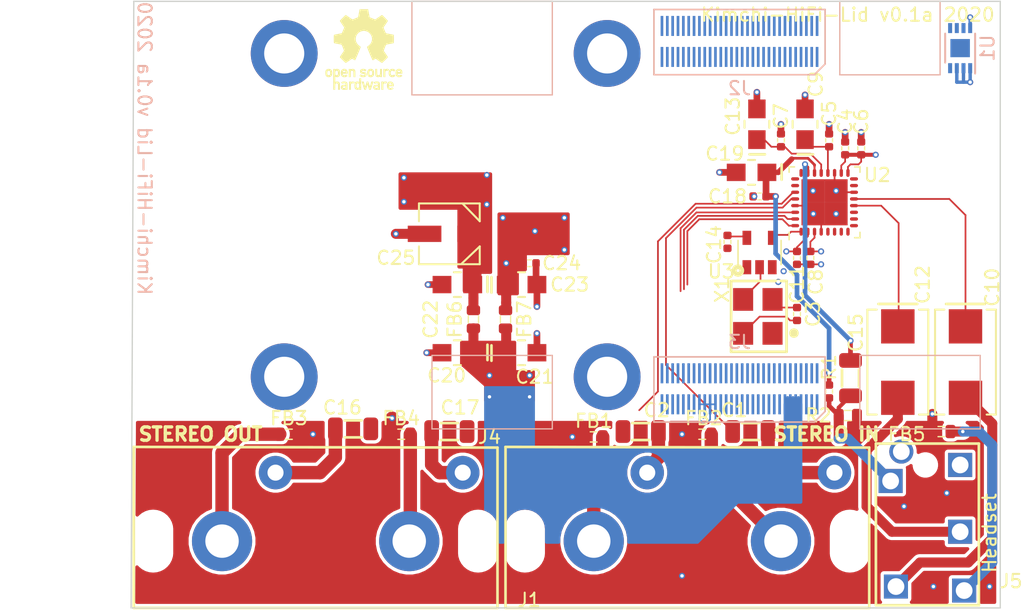
<source format=kicad_pcb>
(kicad_pcb (version 20171130) (host pcbnew "(5.1.8)-1")
  (title_block (title kimchi_ulid) (date 2019-12-15) (rev v0.1) (company GroupGets))
  (layers (0 F.Cu signal) (1 In1.Cu power hide) (2 In2.Cu power) (31 B.Cu signal) (34 B.Paste user) (35 F.Paste user) (36 B.SilkS user) (37 F.SilkS user) (38 B.Mask user) (39 F.Mask user) (44 Edge.Cuts user))
  (net 0 "")
  (net 1 GND)
  (net 2 VDD_5V)
  (net 3 VDD_1V8)
  (net 4 VDD_3V3)
  (net 5 I2C4_SCL)
  (net 6 I2C4_SDA)
  (net 7 /DISP_CK_P)
  (net 8 /DISP_D2_N)
  (net 9 /DISP_D2_P)
  (net 10 /DISP_D3_N)
  (net 11 /DISP_D3_P)
  (net 12 ECSPI2_MISO)
  (net 13 /CAM_D0_N)
  (net 14 ECSPI2_MOSI)
  (net 15 /CAM_D0_P)
  (net 16 ECSPI2_SS0)
  (net 17 /CAM_D1_N)
  (net 18 ECSPI2_SCLK)
  (net 19 /CAM_D1_P)
  (net 20 ECSPI1_MISO)
  (net 21 /CAM_CK_N)
  (net 22 ECSPI1_MOSI)
  (net 23 /CAM_CK_P)
  (net 24 ECSPI1_SS0)
  (net 25 /CAM_D2_N)
  (net 26 ECSPI1_SCLK)
  (net 27 /CAM_D2_P)
  (net 28 I2C1_SCL)
  (net 29 /CAM_D3_N)
  (net 30 I2C1_SDA)
  (net 31 /CAM_D3_P)
  (net 32 I2C2_SCL)
  (net 33 I2C2_SDA)
  (net 34 UIM_VPP)
  (net 35 I2C3_SCL)
  (net 36 UIM_RESET_N)
  (net 37 I2C3_SDA)
  (net 38 UIM_CLK)
  (net 39 UIM_DATA)
  (net 40 UIM_PWR)
  (net 41 USB2_VBUS)
  (net 42 USB2_ID)
  (net 43 USB2_DN)
  (net 44 USB2_DP)
  (net 45 /DISP_D0_N)
  (net 46 /DISP_D0_P)
  (net 47 /DISP_D1_N)
  (net 48 /DISP_D1_P)
  (net 49 /USDHC3_DATA2)
  (net 50 /DISP_CK_N)
  (net 51 /USDHC3_DATA1)
  (net 52 /USDHC3_DATA0)
  (net 53 /USDHC3_DATA3)
  (net 54 /USDHC3_CLK)
  (net 55 /USDHC3_CMD)
  (net 56 SAI3_TXFS)
  (net 57 SAI3_MCLK)
  (net 58 GPIO1[0])
  (net 59 GPIO1[1])
  (net 60 GPIO1[9])
  (net 61 GPIO1[10])
  (net 62 GPIO1[11])
  (net 63 GPIO1[12])
  (net 64 UART1_TX)
  (net 65 GPIO1[13])
  (net 66 UART1_RX)
  (net 67 GPIO1[14])
  (net 68 UART3_TX)
  (net 69 GPIO1[15])
  (net 70 UART3_RX)
  (net 71 SAI2_RXFS)
  (net 72 SAI2_MCLK)
  (net 73 SAI2_TXC)
  (net 74 SAI2_TXD0)
  (net 75 SAI2_RXC)
  (net 76 SAI2_TXFS)
  (net 77 SAI2_RXD0)
  (net 78 /ENET_TXC)
  (net 79 /ENET_TX_CTL)
  (net 80 /ENET_TD2)
  (net 81 /ENET_TD3)
  (net 82 /ENET_TD0)
  (net 83 SAI3_TXC)
  (net 84 /ENET_TD1)
  (net 85 SAI3_TXD)
  (net 86 /ENET_RX_CTL)
  (net 87 SAI3_RXD)
  (net 88 /ENET_RXC)
  (net 89 SAI3_RXFS)
  (net 90 /ENET_RD0)
  (net 91 SAI3_RXC)
  (net 92 /ENET_RD2)
  (net 93 /ENET_RD1)
  (net 94 /ENET_RD3)
  (net 95 /ENET_MDC)
  (net 96 /ENET_MDIO)
  (net 97 MIC_IN)
  (net 98 MIC_BIAS)
  (net 99 "Net-(X1-Pad1)")
  (net 100 "Net-(C12-Pad2)")
  (net 101 "Net-(C12-Pad1)")
  (net 102 "Net-(FB1-Pad2)")
  (net 103 "Net-(FB2-Pad2)")
  (net 104 "Net-(FB3-Pad2)")
  (net 105 "Net-(FB4-Pad2)")
  (net 106 "Net-(C5-Pad1)")
  (net 107 "Net-(C13-Pad1)")
  (net 108 "Net-(FB5-Pad2)")
  (net 109 MCLK)
  (net 110 I2S_SCLK)
  (net 111 I2S_SDIN)
  (net 112 I2S_CSB)
  (net 113 "Net-(C1-Pad2)")
  (net 114 "Net-(C1-Pad1)")
  (net 115 "Net-(C2-Pad2)")
  (net 116 "Net-(C2-Pad1)")
  (net 117 "Net-(C10-Pad2)")
  (net 118 "Net-(C10-Pad1)")
  (net 119 "Net-(C15-Pad2)")
  (net 120 "Net-(C16-Pad2)")
  (net 121 "Net-(C16-Pad1)")
  (net 122 "Net-(C17-Pad2)")
  (net 123 "Net-(C17-Pad1)")
  (net 124 "Net-(J3-Pad58)")
  (net 125 "Net-(J5-Pad6)")
  (net 126 "Net-(J5-Pad5)")
  (net 127 "Net-(U2-Pad26)")
  (net 128 "Net-(U2-Pad25)")
  (net 129 "Net-(U2-Pad24)")
  (net 130 "Net-(U2-Pad11)")
  (net 131 "Net-(U2-Pad10)")
  (net 132 "Net-(U2-Pad9)")
  (net 133 "Net-(U2-Pad8)")
  (net 134 "Net-(U2-Pad7)")
  (net 135 "Net-(U2-Pad6)")
  (net 136 "Net-(U2-Pad5)")
  (net 137 "Net-(U3-Pad1)")
  (net 138 "Net-(U3-Pad2)")
  (net 139 VDDA)
  (net 140 VDD)
  (module kimchi_ulid:T494A106M006AT (layer F.Cu) (at 136.2 97.3)
    (fp_text reference C21 (at 1 1.8) (layer F.SilkS))
    (fp_text value T494A106M006AT hide)
    (pad 2 smd rect (at 1.149722 0 90) (size 1.299997 1.405349) (layers F.Cu F.Paste F.Mask) (net 1 GND))
    (pad 1 smd rect (at -1.149722 0 90) (size 1.299997 1.405349) (layers F.Cu F.Paste F.Mask) (net 4 VDD_3V3))
  )
  (module kimchi_ulid:T494A106M006AT (layer F.Cu) (at 131.4 92.2 180)
    (fp_text reference C22 (at 2 -2.6 90) (layer F.SilkS))
    (fp_text value T494A106M006AT hide)
    (pad 2 smd rect (at 1.149722 0 270) (size 1.299997 1.405349) (layers F.Cu F.Paste F.Mask) (net 1 GND))
    (pad 1 smd rect (at -1.149722 0 270) (size 1.299997 1.405349) (layers F.Cu F.Paste F.Mask) (net 139 VDDA))
  )
  (module kimchi_ulid:T494A106M006AT (layer F.Cu) (at 131.4 97.3 180)
    (fp_text reference C20 (at 0.8 -1.7) (layer F.SilkS))
    (fp_text value T494A106M006AT hide)
    (pad 2 smd rect (at 1.149722 0 270) (size 1.299997 1.405349) (layers F.Cu F.Paste F.Mask) (net 1 GND))
    (pad 1 smd rect (at -1.149722 0 270) (size 1.299997 1.405349) (layers F.Cu F.Paste F.Mask) (net 4 VDD_3V3))
  )
  (module kimchi_ulid:T494A106M006AT (layer F.Cu) (at 136.2 92.2)
    (fp_text reference C23 (at 3.6 0) (layer F.SilkS))
    (fp_text value T494A106M006AT hide)
    (pad 2 smd rect (at 1.149722 0 90) (size 1.299997 1.405349) (layers F.Cu F.Paste F.Mask) (net 1 GND))
    (pad 1 smd rect (at -1.149722 0 90) (size 1.299997 1.405349) (layers F.Cu F.Paste F.Mask) (net 140 VDD))
  )
  (module kimchi_ulid:T491D227M010AT (layer F.Cu) (at 169.4 98 270)
    (fp_text reference C10 (at -5.6 -2 90) (layer F.SilkS))
    (fp_text value T491D227M010AT)
    (pad 2 smd rect (at 2.672194 0) (size 2.499995 2.560396) (layers F.Cu F.Paste F.Mask) (net 117 "Net-(C10-Pad2)"))
    (pad 1 smd rect (at -2.672194 0) (size 2.499995 2.560396) (layers F.Cu F.Paste F.Mask) (net 118 "Net-(C10-Pad1)"))
  )
  (module kimchi_ulid:T491D227M010AT (layer F.Cu) (at 164.34 98 270)
    (fp_text reference C12 (at -5.8 -1.86 90) (layer F.SilkS))
    (fp_text value T491D227M010AT)
    (pad 2 smd rect (at 2.672194 0) (size 2.499995 2.560396) (layers F.Cu F.Paste F.Mask) (net 100 "Net-(C12-Pad2)"))
    (pad 1 smd rect (at -2.672194 0) (size 2.499995 2.560396) (layers F.Cu F.Paste F.Mask) (net 101 "Net-(C12-Pad1)"))
  )
  (module kimchi_ulid:T494A106M006AT (layer F.Cu) (at 157.4 80.2 90)
    (fp_text reference C9 (at 3 0.8 90) (layer F.SilkS))
    (fp_text value T494A106M006AT)
    (pad 2 smd rect (at 1.149722 0 180) (size 1.299997 1.405349) (layers F.Cu F.Paste F.Mask) (net 1 GND))
    (pad 1 smd rect (at -1.149722 0 180) (size 1.299997 1.405349) (layers F.Cu F.Paste F.Mask) (net 106 "Net-(C5-Pad1)"))
  )
  (module kimchi_ulid:T494A106M006AT (layer F.Cu) (at 153.8 80.2 90)
    (fp_text reference C13 (at 0.6 -1.8 90) (layer F.SilkS))
    (fp_text value T494A106M006AT)
    (pad 2 smd rect (at 1.149722 0 180) (size 1.299997 1.405349) (layers F.Cu F.Paste F.Mask) (net 1 GND))
    (pad 1 smd rect (at -1.149722 0 180) (size 1.299997 1.405349) (layers F.Cu F.Paste F.Mask) (net 107 "Net-(C13-Pad1)"))
  )
  (module kimchi_ulid:T494A106M006AT (layer F.Cu) (at 153.4 83.8 180)
    (fp_text reference C19 (at 2 1.4) (layer F.SilkS))
    (fp_text value T494A106M006AT hide)
    (pad 2 smd rect (at 1.149722 0 270) (size 1.299997 1.405349) (layers F.Cu F.Paste F.Mask) (net 1 GND))
    (pad 1 smd rect (at -1.149722 0 270) (size 1.299997 1.405349) (layers F.Cu F.Paste F.Mask) (net 98 MIC_BIAS))
  )
  (module kimchi_ulid:R0603 (layer F.Cu) (at 135 94.8 90)
    (fp_text reference FB7 (at 0 1.4 90) (layer F.SilkS))
    (fp_text value FBMJ1608HM180NTR)
    (pad 2 smd roundrect (at 0.68 0 90) (size 0.74 1) (layers F.Cu F.Paste F.Mask) (net 140 VDD))
    (pad 1 smd roundrect (at -0.68 0 90) (size 0.74 1) (layers F.Cu F.Paste F.Mask) (net 4 VDD_3V3))
  )
  (module kimchi_ulid:R0603 (layer F.Cu) (at 132.6 94.8 90)
    (fp_text reference FB6 (at 0 -1.4 90) (layer F.SilkS))
    (fp_text value FBMJ1608HM180NTR)
    (pad 2 smd roundrect (at 0.68 0 90) (size 0.74 1) (layers F.Cu F.Paste F.Mask) (net 139 VDDA))
    (pad 1 smd roundrect (at -0.68 0 90) (size 0.74 1) (layers F.Cu F.Paste F.Mask) (net 4 VDD_3V3))
  )
  (module kimchi_ulid:UZP1H0R1MCL1GB (layer F.Cu) (at 130.8 88.4 180)
    (fp_text reference C25 (at 4 -1.8) (layer F.SilkS))
    (fp_text value UZP1H0R1MCL1GB hide)
    (pad 2 smd rect (at 1.8542 0 180) (size 2.5146 1.2192) (layers F.Cu F.Paste F.Mask) (net 1 GND))
    (pad 1 smd rect (at -1.8542 0 180) (size 2.5146 1.2192) (layers F.Cu F.Paste F.Mask) (net 139 VDDA))
  )
  (module kimchi_ulid:C0402 (layer F.Cu) (at 136.8 90.6)
    (fp_text reference C24 (at 2.4 0) (layer F.SilkS))
    (fp_text value C0402C104K9PACTU)
    (pad 2 smd roundrect (at 0.483 0) (size 0.559 0.61) (layers F.Cu F.Paste F.Mask) (net 1 GND))
    (pad 1 smd roundrect (at -0.483 0) (size 0.559 0.61) (layers F.Cu F.Paste F.Mask) (net 140 VDD))
  )
  (module kimchi_ulid:C0402 (layer F.Cu) (at 154 85.6 180)
    (fp_text reference C18 (at 2.4 0) (layer F.SilkS))
    (fp_text value C0402C104K9PACTU)
    (pad 2 smd roundrect (at 0.483 0 180) (size 0.559 0.61) (layers F.Cu F.Paste F.Mask) (net 1 GND))
    (pad 1 smd roundrect (at -0.483 0 180) (size 0.559 0.61) (layers F.Cu F.Paste F.Mask) (net 98 MIC_BIAS))
  )
  (module kimchi_ulid:54-00176 (layer F.Cu) (at 166.4 116.2 90)
    (fp_text reference J5 (at 1.8 6.4 180) (layer F.SilkS))
    (fp_text value 54-00176)
    (pad "" np_thru_hole circle (at 10.5 0 90) (size 1.4 1.4) (drill 1.4) (layers *.Cu *.Mask))
    (pad 6 thru_hole rect (at 10.5 2.6 90) (size 1.8 1.8) (drill 1.25) (layers *.Cu *.Mask) (net 125 "Net-(J5-Pad6)"))
    (pad 5 thru_hole circle (at 11.5 -1.8 90) (size 1.8 1.8) (drill 1.25) (layers *.Cu *.Mask) (net 126 "Net-(J5-Pad5)"))
    (pad 4 thru_hole rect (at 9.3 -2.6 90) (size 1.8 1.8) (drill 1.25) (layers *.Cu *.Mask) (net 119 "Net-(C15-Pad2)"))
    (pad 3 thru_hole rect (at 5.5 2.6 90) (size 1.8 1.8) (drill 1.25) (layers *.Cu *.Mask) (net 100 "Net-(C12-Pad2)"))
    (pad 2 thru_hole rect (at 1.4 -2.2 90) (size 1.8 1.8) (drill 1.25) (layers *.Cu *.Mask) (net 117 "Net-(C10-Pad2)"))
    (pad 1 thru_hole rect (at 1.1 2.9 90) (size 1.8 1.8) (drill 1.25) (layers *.Cu *.Mask) (net 108 "Net-(FB5-Pad2)"))
  )
  (module kimchi_ulid:C0402 (layer F.Cu) (at 155.6 81.4 90)
    (fp_text reference C7 (at 1.8 0 90) (layer F.SilkS))
    (fp_text value C0402C104K9PACTU)
    (pad 2 smd roundrect (at 0.483 0 90) (size 0.559 0.61) (layers F.Cu F.Paste F.Mask) (net 1 GND))
    (pad 1 smd roundrect (at -0.483 0 90) (size 0.559 0.61) (layers F.Cu F.Paste F.Mask) (net 107 "Net-(C13-Pad1)"))
  )
  (module kimchi_ulid:C0402 (layer F.Cu) (at 159.2 81.4 90)
    (fp_text reference C5 (at 2 0 90) (layer F.SilkS))
    (fp_text value C0402C104K9PACTU)
    (pad 2 smd roundrect (at 0.483 0 90) (size 0.559 0.61) (layers F.Cu F.Paste F.Mask) (net 1 GND))
    (pad 1 smd roundrect (at -0.483 0 90) (size 0.559 0.61) (layers F.Cu F.Paste F.Mask) (net 106 "Net-(C5-Pad1)"))
  )
  (module kimchi_ulid:QFN-32_EP_5x5_Pitch0.5mm (layer F.Cu) (at 158.86 86.04 90)
    (fp_text reference U2 (at 2.04 3.94 180) (layer F.SilkS))
    (fp_text value WM8750CJLGEFL)
    (pad 33 smd rect (at 0.8625 0.8625 90) (size 1.725 1.725) (layers F.Cu F.Paste F.Mask) (net 1 GND))
    (pad 33 smd rect (at 0.8625 -0.8625 90) (size 1.725 1.725) (layers F.Cu F.Paste F.Mask) (net 1 GND))
    (pad 33 smd rect (at -0.8625 0.8625 90) (size 1.725 1.725) (layers F.Cu F.Paste F.Mask) (net 1 GND))
    (pad 33 smd rect (at -0.8625 -0.8625 90) (size 1.725 1.725) (layers F.Cu F.Paste F.Mask) (net 1 GND))
    (pad 32 smd oval (at -1.75 -2.2 90) (size 0.25 0.6) (layers F.Cu F.Paste F.Mask) (net 110 I2S_SCLK))
    (pad 31 smd oval (at -1.25 -2.2 90) (size 0.25 0.6) (layers F.Cu F.Paste F.Mask) (net 111 I2S_SDIN))
    (pad 30 smd oval (at -0.75 -2.2 90) (size 0.25 0.6) (layers F.Cu F.Paste F.Mask) (net 112 I2S_CSB))
    (pad 29 smd oval (at -0.25 -2.2 90) (size 0.25 0.6) (layers F.Cu F.Paste F.Mask) (net 1 GND))
    (pad 28 smd oval (at 0.25 -2.2 90) (size 0.25 0.6) (layers F.Cu F.Paste F.Mask) (net 114 "Net-(C1-Pad1)"))
    (pad 27 smd oval (at 0.75 -2.2 90) (size 0.25 0.6) (layers F.Cu F.Paste F.Mask) (net 116 "Net-(C2-Pad1)"))
    (pad 26 smd oval (at 1.25 -2.2 90) (size 0.25 0.6) (layers F.Cu F.Paste F.Mask) (net 127 "Net-(U2-Pad26)"))
    (pad 25 smd oval (at 1.75 -2.2 90) (size 0.25 0.6) (layers F.Cu F.Paste F.Mask) (net 128 "Net-(U2-Pad25)"))
    (pad 24 smd oval (at 2.2 -1.75 180) (size 0.25 0.6) (layers F.Cu F.Paste F.Mask) (net 129 "Net-(U2-Pad24)"))
    (pad 23 smd oval (at 2.2 -1.25 180) (size 0.25 0.6) (layers F.Cu F.Paste F.Mask) (net 97 MIC_IN))
    (pad 22 smd oval (at 2.2 -0.75 180) (size 0.25 0.6) (layers F.Cu F.Paste F.Mask) (net 98 MIC_BIAS))
    (pad 21 smd oval (at 2.2 -0.25 180) (size 0.25 0.6) (layers F.Cu F.Paste F.Mask) (net 107 "Net-(C13-Pad1)"))
    (pad 20 smd oval (at 2.2 0.25 180) (size 0.25 0.6) (layers F.Cu F.Paste F.Mask) (net 106 "Net-(C5-Pad1)"))
    (pad 19 smd oval (at 2.2 0.75 180) (size 0.25 0.6) (layers F.Cu F.Paste F.Mask) (net 1 GND))
    (pad 18 smd oval (at 2.2 1.25 180) (size 0.25 0.6) (layers F.Cu F.Paste F.Mask) (net 139 VDDA))
    (pad 17 smd oval (at 2.2 1.75 180) (size 0.25 0.6) (layers F.Cu F.Paste F.Mask) (net 139 VDDA))
    (pad 16 smd oval (at 1.75 2.2 90) (size 0.25 0.6) (layers F.Cu F.Paste F.Mask) (net 121 "Net-(C16-Pad1)"))
    (pad 15 smd oval (at 1.25 2.2 90) (size 0.25 0.6) (layers F.Cu F.Paste F.Mask) (net 123 "Net-(C17-Pad1)"))
    (pad 14 smd oval (at 0.75 2.2 90) (size 0.25 0.6) (layers F.Cu F.Paste F.Mask) (net 1 GND))
    (pad 13 smd oval (at 0.25 2.2 90) (size 0.25 0.6) (layers F.Cu F.Paste F.Mask) (net 118 "Net-(C10-Pad1)"))
    (pad 12 smd oval (at -0.25 2.2 90) (size 0.25 0.6) (layers F.Cu F.Paste F.Mask) (net 101 "Net-(C12-Pad1)"))
    (pad 11 smd oval (at -0.75 2.2 90) (size 0.25 0.6) (layers F.Cu F.Paste F.Mask) (net 130 "Net-(U2-Pad11)"))
    (pad 10 smd oval (at -1.25 2.2 90) (size 0.25 0.6) (layers F.Cu F.Paste F.Mask) (net 131 "Net-(U2-Pad10)"))
    (pad 9 smd oval (at -1.75 2.2 90) (size 0.25 0.6) (layers F.Cu F.Paste F.Mask) (net 132 "Net-(U2-Pad9)"))
    (pad 8 smd oval (at -2.2 1.75 180) (size 0.25 0.6) (layers F.Cu F.Paste F.Mask) (net 133 "Net-(U2-Pad8)"))
    (pad 7 smd oval (at -2.2 1.25 180) (size 0.25 0.6) (layers F.Cu F.Paste F.Mask) (net 134 "Net-(U2-Pad7)"))
    (pad 6 smd oval (at -2.2 0.75 180) (size 0.25 0.6) (layers F.Cu F.Paste F.Mask) (net 135 "Net-(U2-Pad6)"))
    (pad 5 smd oval (at -2.2 0.25 180) (size 0.25 0.6) (layers F.Cu F.Paste F.Mask) (net 136 "Net-(U2-Pad5)"))
    (pad 4 smd oval (at -2.2 -0.25 180) (size 0.25 0.6) (layers F.Cu F.Paste F.Mask) (net 1 GND))
    (pad 3 smd oval (at -2.2 -0.75 180) (size 0.25 0.6) (layers F.Cu F.Paste F.Mask) (net 140 VDD))
    (pad 2 smd oval (at -2.2 -1.25 180) (size 0.25 0.6) (layers F.Cu F.Paste F.Mask) (net 140 VDD))
    (pad 1 smd oval (at -2.2 -1.75 180) (size 0.25 0.6) (layers F.Cu F.Paste F.Mask) (net 109 MCLK))
  )
  (module AVR-KiCAD-Lib-Resistors:R0603 (layer F.Cu) (at 160.6 102 180)
    (fp_text reference R2 (at 2.2 0) (layer F.SilkS))
    (fp_text value RC0603FR-0747KL)
    (pad 2 smd roundrect (at 0.68 0 180) (size 0.74 1) (layers F.Cu F.Paste F.Mask) (net 119 "Net-(C15-Pad2)"))
    (pad 1 smd roundrect (at -0.68 0 180) (size 0.74 1) (layers F.Cu F.Paste F.Mask) (net 1 GND))
  )
  (module AVR-KiCAD-Lib-Resistors:R0402 (layer F.Cu) (at 159.2 100.2 90)
    (fp_text reference R1 (at 1.8 0 90) (layer F.SilkS))
    (fp_text value RC0402JR-072K2L)
    (pad 1 smd roundrect (at -0.483 0 90) (size 0.559 0.61) (layers F.Cu F.Paste F.Mask) (net 119 "Net-(C15-Pad2)"))
    (pad 2 smd roundrect (at 0.483 0 90) (size 0.559 0.61) (layers F.Cu F.Paste F.Mask) (net 98 MIC_BIAS))
  )
  (module kimchi_ulid:R0603 (layer F.Cu) (at 167.6 103.2)
    (fp_text reference FB5 (at -2.6 0.2) (layer F.SilkS))
    (fp_text value FBMJ1608HM180NTR)
    (pad 2 smd roundrect (at 0.68 0) (size 0.74 1) (layers F.Cu F.Paste F.Mask) (net 108 "Net-(FB5-Pad2)"))
    (pad 1 smd roundrect (at -0.68 0) (size 0.74 1) (layers F.Cu F.Paste F.Mask) (net 1 GND))
  )
  (module kimchi_ulid:C0402 (layer F.Cu) (at 156.8 90.2 270)
    (fp_text reference C11 (at 2 0 90) (layer F.SilkS))
    (fp_text value C0402C104K9PACTU)
    (pad 2 smd roundrect (at 0.483 0 270) (size 0.559 0.61) (layers F.Cu F.Paste F.Mask) (net 1 GND))
    (pad 1 smd roundrect (at -0.483 0 270) (size 0.559 0.61) (layers F.Cu F.Paste F.Mask) (net 140 VDD))
  )
  (module kimchi_ulid:C0402 (layer F.Cu) (at 157.8 90.2 270)
    (fp_text reference C8 (at 1.8 -0.4 90) (layer F.SilkS))
    (fp_text value C0402C104K9PACTU)
    (pad 2 smd roundrect (at 0.483 0 270) (size 0.559 0.61) (layers F.Cu F.Paste F.Mask) (net 1 GND))
    (pad 1 smd roundrect (at -0.483 0 270) (size 0.559 0.61) (layers F.Cu F.Paste F.Mask) (net 140 VDD))
  )
  (module kimchi_ulid:C0402 (layer F.Cu) (at 161.6 82 90)
    (fp_text reference C6 (at 2 0 90) (layer F.SilkS))
    (fp_text value C0402C104K9PACTU)
    (pad 2 smd roundrect (at 0.483 0 90) (size 0.559 0.61) (layers F.Cu F.Paste F.Mask) (net 1 GND))
    (pad 1 smd roundrect (at -0.483 0 90) (size 0.559 0.61) (layers F.Cu F.Paste F.Mask) (net 139 VDDA))
  )
  (module kimchi_ulid:C0402 (layer F.Cu) (at 160.4 82 90)
    (fp_text reference C4 (at 2 0 90) (layer F.SilkS))
    (fp_text value C0402C104K9PACTU)
    (pad 2 smd roundrect (at 0.483 0 90) (size 0.559 0.61) (layers F.Cu F.Paste F.Mask) (net 1 GND))
    (pad 1 smd roundrect (at -0.483 0 90) (size 0.559 0.61) (layers F.Cu F.Paste F.Mask) (net 139 VDDA))
  )
  (module kimchi_ulid:RCJ-2123 (layer F.Cu) (at 120.8 111.4 180)
    (fp_text reference J4 (at -13 7.8) (layer F.SilkS))
    (fp_text value RCJ-2123)
    (pad 4 thru_hole circle (at -11 5.125 180) (size 2.5 2.5) (drill 1.2) (layers *.Cu *.Mask) (net 122 "Net-(C17-Pad2)"))
    (pad 2 thru_hole circle (at 3 5.125 180) (size 2.5 2.5) (drill 1.2) (layers *.Cu *.Mask) (net 120 "Net-(C16-Pad2)"))
    (pad "" np_thru_hole oval (at 12.15 0 180) (size 2.5 4.2) (drill oval 2.5 4.2) (layers *.Cu *.Mask))
    (pad "" np_thru_hole oval (at -12.15 0 180) (size 2.5 4.2) (drill oval 2.5 4.2) (layers *.Cu *.Mask))
    (pad 1 thru_hole circle (at 7 0 180) (size 4.5 4.5) (drill 2.5) (layers *.Cu *.Mask) (net 104 "Net-(FB3-Pad2)"))
    (pad 3 thru_hole circle (at -7 0 180) (size 4.5 4.5) (drill 2.5) (layers *.Cu *.Mask) (net 105 "Net-(FB4-Pad2)"))
  )
  (module kimchi_ulid:RCJ-2123 (layer F.Cu) (at 148.6 111.4 180)
    (fp_text reference J1 (at 11.83 -4.4) (layer F.SilkS))
    (fp_text value RCJ-2123)
    (pad 4 thru_hole circle (at -11 5.125 180) (size 2.5 2.5) (drill 1.2) (layers *.Cu *.Mask) (net 113 "Net-(C1-Pad2)"))
    (pad 2 thru_hole circle (at 3 5.125 180) (size 2.5 2.5) (drill 1.2) (layers *.Cu *.Mask) (net 115 "Net-(C2-Pad2)"))
    (pad "" np_thru_hole oval (at 12.15 0 180) (size 2.5 4.2) (drill oval 2.5 4.2) (layers *.Cu *.Mask))
    (pad "" np_thru_hole oval (at -12.15 0 180) (size 2.5 4.2) (drill oval 2.5 4.2) (layers *.Cu *.Mask))
    (pad 1 thru_hole circle (at 7 0 180) (size 4.5 4.5) (drill 2.5) (layers *.Cu *.Mask) (net 102 "Net-(FB1-Pad2)"))
    (pad 3 thru_hole circle (at -7 0 180) (size 4.5 4.5) (drill 2.5) (layers *.Cu *.Mask) (net 103 "Net-(FB2-Pad2)"))
  )
  (module kimchi_ulid:R0603 (layer F.Cu) (at 149.71 103.4)
    (fp_text reference FB2 (at 0.12 -1.2) (layer F.SilkS))
    (fp_text value FBMJ1608HM180NTR)
    (pad 2 smd roundrect (at 0.68 0) (size 0.74 1) (layers F.Cu F.Paste F.Mask) (net 103 "Net-(FB2-Pad2)"))
    (pad 1 smd roundrect (at -0.68 0) (size 0.74 1) (layers F.Cu F.Paste F.Mask) (net 1 GND))
  )
  (module kimchi_ulid:R0603 (layer F.Cu) (at 141.59 103.6)
    (fp_text reference FB1 (at 0.01 -1.2) (layer F.SilkS))
    (fp_text value FBMJ1608HM180NTR)
    (pad 2 smd roundrect (at 0.68 0) (size 0.74 1) (layers F.Cu F.Paste F.Mask) (net 102 "Net-(FB1-Pad2)"))
    (pad 1 smd roundrect (at -0.68 0) (size 0.74 1) (layers F.Cu F.Paste F.Mask) (net 1 GND))
  )
  (module kimchi_ulid:R0603 (layer F.Cu) (at 127.2 103.4)
    (fp_text reference FB4 (at 0 -1.2) (layer F.SilkS))
    (fp_text value FBMJ1608HM180NTR)
    (pad 2 smd roundrect (at 0.68 0) (size 0.74 1) (layers F.Cu F.Paste F.Mask) (net 105 "Net-(FB4-Pad2)"))
    (pad 1 smd roundrect (at -0.68 0) (size 0.74 1) (layers F.Cu F.Paste F.Mask) (net 1 GND))
  )
  (module kimchi_ulid:R0603 (layer F.Cu) (at 118.8 103.4 180)
    (fp_text reference FB3 (at 0 1.2) (layer F.SilkS))
    (fp_text value FBMJ1608HM180NTR)
    (pad 2 smd roundrect (at 0.68 0 180) (size 0.74 1) (layers F.Cu F.Paste F.Mask) (net 104 "Net-(FB3-Pad2)"))
    (pad 1 smd roundrect (at -0.68 0 180) (size 0.74 1) (layers F.Cu F.Paste F.Mask) (net 1 GND))
  )
  (module kimchi_ulid:C1206 (layer F.Cu) (at 130.8 103.2 180)
    (fp_text reference C17 (at -0.8 1.8) (layer F.SilkS))
    (fp_text value T491A105K010AT hide)
    (pad 2 smd roundrect (at 1.325 0 180) (size 1.1 1.7) (layers F.Cu F.Paste F.Mask) (net 122 "Net-(C17-Pad2)"))
    (pad 1 smd roundrect (at -1.325 0 180) (size 1.1 1.7) (layers F.Cu F.Paste F.Mask) (net 123 "Net-(C17-Pad1)"))
  )
  (module kimchi_ulid:C1206 (layer F.Cu) (at 123.6 103 180)
    (fp_text reference C16 (at 0.8 1.6) (layer F.SilkS))
    (fp_text value T491A105K010AT hide)
    (pad 2 smd roundrect (at 1.325 0 180) (size 1.1 1.7) (layers F.Cu F.Paste F.Mask) (net 120 "Net-(C16-Pad2)"))
    (pad 1 smd roundrect (at -1.325 0 180) (size 1.1 1.7) (layers F.Cu F.Paste F.Mask) (net 121 "Net-(C16-Pad1)"))
  )
  (module kimchi_ulid:SOT-23-5 (layer F.Cu) (at 154 89.8 90)
    (fp_text reference U3 (at -1.42 -2.87 180) (layer F.SilkS))
    (fp_text value SN74LV1T34DBVRG4)
    (pad 1 smd rect (at -1.1 -0.95 90) (size 1.06 0.65) (layers F.Cu F.Paste F.Mask) (net 137 "Net-(U3-Pad1)"))
    (pad 2 smd rect (at -1.1 0 90) (size 1.06 0.65) (layers F.Cu F.Paste F.Mask) (net 138 "Net-(U3-Pad2)"))
    (pad 3 smd rect (at -1.1 0.95 90) (size 1.06 0.65) (layers F.Cu F.Paste F.Mask) (net 1 GND))
    (pad 4 smd rect (at 1.1 0.95 90) (size 1.06 0.65) (layers F.Cu F.Paste F.Mask) (net 109 MCLK))
    (pad 5 smd rect (at 1.1 -0.95 90) (size 1.06 0.65) (layers F.Cu F.Paste F.Mask) (net 140 VDD))
  )
  (module kimchi_ulid:C0402 (layer F.Cu) (at 151.6 89 270)
    (fp_text reference C14 (at 0.2 1 90) (layer F.SilkS))
    (fp_text value C0402C104K9PACTU)
    (pad 2 smd roundrect (at 0.483 0 270) (size 0.559 0.61) (layers F.Cu F.Paste F.Mask) (net 1 GND))
    (pad 1 smd roundrect (at -0.483 0 270) (size 0.559 0.61) (layers F.Cu F.Paste F.Mask) (net 140 VDD))
  )
  (module kimchi_ulid:ASFL1 (layer F.Cu) (at 153.87 94.58 90)
    (fp_text reference X1 (at 1.98 -2.67 90) (layer F.SilkS))
    (fp_text value ASFL1-12.288MHZ-EC-T)
    (pad 4 smd rect (at -1.27 -1.1 90) (size 1.7 1.5) (layers F.Cu F.Paste F.Mask) (net 140 VDD))
    (pad 3 smd rect (at 1.27 -1.1 90) (size 1.7 1.5) (layers F.Cu F.Paste F.Mask) (net 138 "Net-(U3-Pad2)"))
    (pad 2 smd rect (at 1.27 1.1 90) (size 1.7 1.5) (layers F.Cu F.Paste F.Mask) (net 1 GND))
    (pad 1 smd rect (at -1.27 1.1 90) (size 1.7 1.5) (layers F.Cu F.Paste F.Mask) (net 99 "Net-(X1-Pad1)"))
  )
  (module kimchi_ulid:C1206 (layer F.Cu) (at 153.31 103.2)
    (fp_text reference C1 (at -1.2 -1.6) (layer F.SilkS))
    (fp_text value T491A105K010AT hide)
    (pad 2 smd roundrect (at 1.325 0) (size 1.1 1.7) (layers F.Cu F.Paste F.Mask) (net 113 "Net-(C1-Pad2)"))
    (pad 1 smd roundrect (at -1.325 0) (size 1.1 1.7) (layers F.Cu F.Paste F.Mask) (net 114 "Net-(C1-Pad1)"))
  )
  (module kimchi_ulid:C1206 (layer F.Cu) (at 145.11 103.2)
    (fp_text reference C2 (at 1.2 -1.6) (layer F.SilkS))
    (fp_text value T491A105K010AT hide)
    (pad 2 smd roundrect (at 1.325 0) (size 1.1 1.7) (layers F.Cu F.Paste F.Mask) (net 115 "Net-(C2-Pad2)"))
    (pad 1 smd roundrect (at -1.325 0) (size 1.1 1.7) (layers F.Cu F.Paste F.Mask) (net 116 "Net-(C2-Pad1)"))
  )
  (module kimchi_ulid:C1206 (layer F.Cu) (at 160.8 99.2 270)
    (fp_text reference C15 (at -3.4 -0.4 90) (layer F.SilkS))
    (fp_text value T491A105K010AT hide)
    (pad 2 smd roundrect (at 1.325 0 270) (size 1.1 1.7) (layers F.Cu F.Paste F.Mask) (net 119 "Net-(C15-Pad2)"))
    (pad 1 smd roundrect (at -1.325 0 270) (size 1.1 1.7) (layers F.Cu F.Paste F.Mask) (net 97 MIC_IN))
  )
  (module kimchi_ulid:C0402 (layer F.Cu) (at 156.8 94.4 90)
    (fp_text reference C3 (at 0 1.2 90) (layer F.SilkS))
    (fp_text value C0402C104K9PACTU)
    (pad 2 smd roundrect (at 0.483 0 90) (size 0.559 0.61) (layers F.Cu F.Paste F.Mask) (net 1 GND))
    (pad 1 smd roundrect (at -0.483 0 90) (size 0.559 0.61) (layers F.Cu F.Paste F.Mask) (net 140 VDD))
  )
  (module kimchi_ulid:MountingHole_3mm_Pad (layer F.Cu) (at 142.6 99.1)
    (fp_text reference H4 hide)
    (fp_text value MountingHole_Pad hide)
    (pad 1 thru_hole circle (at 0 0) (size 5 5) (drill 3) (layers *.Cu *.Mask) (net 1 GND))
  )
  (module kimchi_ulid:MountingHole_3mm_Pad (layer F.Cu) (at 142.6 74.9)
    (fp_text reference H2 hide)
    (fp_text value MountingHole_Pad hide)
    (pad 1 thru_hole circle (at 0 0) (size 5 5) (drill 3) (layers *.Cu *.Mask) (net 1 GND))
  )
  (module kimchi_ulid:MountingHole_3mm_Pad (layer F.Cu) (at 118.45 99.1)
    (fp_text reference H3 hide)
    (fp_text value MountingHole_Pad hide)
    (pad 1 thru_hole circle (at 0 0) (size 5 5) (drill 3) (layers *.Cu *.Mask) (net 1 GND))
  )
  (module kimchi_ulid:MountingHole_3mm_Pad (layer F.Cu) (at 118.45 74.9)
    (fp_text reference H1 hide)
    (fp_text value MountingHole_Pad hide)
    (pad 1 thru_hole circle (at 0 0) (size 5 5) (drill 3) (layers *.Cu *.Mask) (net 1 GND))
  )
  (module "kimchi_ulid:DF40HC(3.5)-60DS" (layer B.Cu) (at 152.5 100 180)
    (fp_text reference J3 (at 0 3.5 180) (layer B.SilkS) (effects (justify mirror)))
    (fp_text value "DF40HC(3.5)-60DS" hide)
    (pad 36 smd rect (at 3.8 -1.16 180) (size 0.2 1.5) (layers B.Cu B.Paste B.Mask) (net 56 SAI3_TXFS))
    (pad 37 smd rect (at 3.4 -1.16 180) (size 0.2 1.5) (layers B.Cu B.Paste B.Mask) (net 57 SAI3_MCLK))
    (pad 38 smd rect (at 3 -1.16 180) (size 0.2 1.5) (layers B.Cu B.Paste B.Mask) (net 1 GND))
    (pad 39 smd rect (at 2.6 -1.16 180) (size 0.2 1.5) (layers B.Cu B.Paste B.Mask) (net 1 GND))
    (pad 40 smd rect (at 2.2 -1.16 180) (size 0.2 1.5) (layers B.Cu B.Paste B.Mask) (net 1 GND))
    (pad 30 smd rect (at 5.8 1.16 180) (size 0.2 1.5) (layers B.Cu B.Paste B.Mask) (net 58 GPIO1[0]))
    (pad 41 smd rect (at 1.8 -1.16 180) (size 0.2 1.5) (layers B.Cu B.Paste B.Mask) (net 1 GND))
    (pad 29 smd rect (at 5.4 1.16 180) (size 0.2 1.5) (layers B.Cu B.Paste B.Mask) (net 59 GPIO1[1]))
    (pad 42 smd rect (at 1.4 -1.16 180) (size 0.2 1.5) (layers B.Cu B.Paste B.Mask) (net 3 VDD_1V8))
    (pad 28 smd rect (at 5 1.16 180) (size 0.2 1.5) (layers B.Cu B.Paste B.Mask) (net 60 GPIO1[9]))
    (pad 43 smd rect (at 1 -1.16 180) (size 0.2 1.5) (layers B.Cu B.Paste B.Mask) (net 3 VDD_1V8))
    (pad 27 smd rect (at 4.6 1.16 180) (size 0.2 1.5) (layers B.Cu B.Paste B.Mask) (net 61 GPIO1[10]))
    (pad 44 smd rect (at 0.6 -1.16 180) (size 0.2 1.5) (layers B.Cu B.Paste B.Mask) (net 3 VDD_1V8))
    (pad 26 smd rect (at 4.2 1.16 180) (size 0.2 1.5) (layers B.Cu B.Paste B.Mask) (net 62 GPIO1[11]))
    (pad 45 smd rect (at 0.2 -1.16 180) (size 0.2 1.5) (layers B.Cu B.Paste B.Mask) (net 3 VDD_1V8))
    (pad 25 smd rect (at 3.8 1.16 180) (size 0.2 1.5) (layers B.Cu B.Paste B.Mask) (net 63 GPIO1[12]))
    (pad 46 smd rect (at -0.2 -1.16 180) (size 0.2 1.5) (layers B.Cu B.Paste B.Mask) (net 64 UART1_TX))
    (pad 24 smd rect (at 3.4 1.16 180) (size 0.2 1.5) (layers B.Cu B.Paste B.Mask) (net 65 GPIO1[13]))
    (pad 47 smd rect (at -0.6 -1.16 180) (size 0.2 1.5) (layers B.Cu B.Paste B.Mask) (net 66 UART1_RX))
    (pad 23 smd rect (at 3 1.16 180) (size 0.2 1.5) (layers B.Cu B.Paste B.Mask) (net 67 GPIO1[14]))
    (pad 48 smd rect (at -1 -1.16 180) (size 0.2 1.5) (layers B.Cu B.Paste B.Mask) (net 68 UART3_TX))
    (pad 22 smd rect (at 2.6 1.16 180) (size 0.2 1.5) (layers B.Cu B.Paste B.Mask) (net 69 GPIO1[15]))
    (pad 49 smd rect (at -1.4 -1.16 180) (size 0.2 1.5) (layers B.Cu B.Paste B.Mask) (net 70 UART3_RX))
    (pad 21 smd rect (at 2.2 1.16 180) (size 0.2 1.5) (layers B.Cu B.Paste B.Mask) (net 71 SAI2_RXFS))
    (pad 50 smd rect (at -1.8 -1.16 180) (size 0.2 1.5) (layers B.Cu B.Paste B.Mask) (net 1 GND))
    (pad 20 smd rect (at 1.8 1.16 180) (size 0.2 1.5) (layers B.Cu B.Paste B.Mask) (net 72 SAI2_MCLK))
    (pad 51 smd rect (at -2.2 -1.16 180) (size 0.2 1.5) (layers B.Cu B.Paste B.Mask) (net 1 GND))
    (pad 19 smd rect (at 1.4 1.16 180) (size 0.2 1.5) (layers B.Cu B.Paste B.Mask) (net 73 SAI2_TXC))
    (pad 52 smd rect (at -2.6 -1.16 180) (size 0.2 1.5) (layers B.Cu B.Paste B.Mask) (net 1 GND))
    (pad 18 smd rect (at 1 1.16 180) (size 0.2 1.5) (layers B.Cu B.Paste B.Mask) (net 74 SAI2_TXD0))
    (pad 53 smd rect (at -3 -1.16 180) (size 0.2 1.5) (layers B.Cu B.Paste B.Mask) (net 1 GND))
    (pad 17 smd rect (at 0.6 1.16 180) (size 0.2 1.5) (layers B.Cu B.Paste B.Mask) (net 75 SAI2_RXC))
    (pad 54 smd rect (at -3.4 -1.16 180) (size 0.2 1.5) (layers B.Cu B.Paste B.Mask) (net 4 VDD_3V3))
    (pad 16 smd rect (at 0.2 1.16 180) (size 0.2 1.5) (layers B.Cu B.Paste B.Mask) (net 76 SAI2_TXFS))
    (pad 55 smd rect (at -3.8 -1.16 180) (size 0.2 1.5) (layers B.Cu B.Paste B.Mask) (net 4 VDD_3V3))
    (pad 15 smd rect (at -0.2 1.16 180) (size 0.2 1.5) (layers B.Cu B.Paste B.Mask) (net 77 SAI2_RXD0))
    (pad 56 smd rect (at -4.2 -1.16 180) (size 0.2 1.5) (layers B.Cu B.Paste B.Mask) (net 4 VDD_3V3))
    (pad 14 smd rect (at -0.6 1.16 180) (size 0.2 1.5) (layers B.Cu B.Paste B.Mask) (net 78 /ENET_TXC))
    (pad 57 smd rect (at -4.6 -1.16 180) (size 0.2 1.5) (layers B.Cu B.Paste B.Mask) (net 4 VDD_3V3))
    (pad 13 smd rect (at -1 1.16 180) (size 0.2 1.5) (layers B.Cu B.Paste B.Mask) (net 79 /ENET_TX_CTL))
    (pad 58 smd rect (at -5 -1.16 180) (size 0.2 1.5) (layers B.Cu B.Paste B.Mask) (net 124 "Net-(J3-Pad58)"))
    (pad 12 smd rect (at -1.4 1.16 180) (size 0.2 1.5) (layers B.Cu B.Paste B.Mask) (net 80 /ENET_TD2))
    (pad 59 smd rect (at -5.4 -1.16 180) (size 0.2 1.5) (layers B.Cu B.Paste B.Mask) (net 44 USB2_DP))
    (pad 11 smd rect (at -1.8 1.16 180) (size 0.2 1.5) (layers B.Cu B.Paste B.Mask) (net 81 /ENET_TD3))
    (pad 60 smd rect (at -5.8 -1.16 180) (size 0.2 1.5) (layers B.Cu B.Paste B.Mask) (net 43 USB2_DN))
    (pad 10 smd rect (at -2.2 1.16 180) (size 0.2 1.5) (layers B.Cu B.Paste B.Mask) (net 82 /ENET_TD0))
    (pad 31 smd rect (at 5.8 -1.16 180) (size 0.2 1.5) (layers B.Cu B.Paste B.Mask) (net 83 SAI3_TXC))
    (pad 9 smd rect (at -2.6 1.16 180) (size 0.2 1.5) (layers B.Cu B.Paste B.Mask) (net 84 /ENET_TD1))
    (pad 32 smd rect (at 5.4 -1.16 180) (size 0.2 1.5) (layers B.Cu B.Paste B.Mask) (net 85 SAI3_TXD))
    (pad 8 smd rect (at -3 1.16 180) (size 0.2 1.5) (layers B.Cu B.Paste B.Mask) (net 86 /ENET_RX_CTL))
    (pad 33 smd rect (at 5 -1.16 180) (size 0.2 1.5) (layers B.Cu B.Paste B.Mask) (net 87 SAI3_RXD))
    (pad 7 smd rect (at -3.4 1.16 180) (size 0.2 1.5) (layers B.Cu B.Paste B.Mask) (net 88 /ENET_RXC))
    (pad 34 smd rect (at 4.6 -1.16 180) (size 0.2 1.5) (layers B.Cu B.Paste B.Mask) (net 89 SAI3_RXFS))
    (pad 6 smd rect (at -3.8 1.16 180) (size 0.2 1.5) (layers B.Cu B.Paste B.Mask) (net 90 /ENET_RD0))
    (pad 35 smd rect (at 4.2 -1.16 180) (size 0.2 1.5) (layers B.Cu B.Paste B.Mask) (net 91 SAI3_RXC))
    (pad 5 smd rect (at -4.2 1.16 180) (size 0.2 1.5) (layers B.Cu B.Paste B.Mask) (net 92 /ENET_RD2))
    (pad 4 smd rect (at -4.6 1.16 180) (size 0.2 1.5) (layers B.Cu B.Paste B.Mask) (net 93 /ENET_RD1))
    (pad 3 smd rect (at -5 1.16 180) (size 0.2 1.5) (layers B.Cu B.Paste B.Mask) (net 94 /ENET_RD3))
    (pad 2 smd rect (at -5.4 1.16 180) (size 0.2 1.5) (layers B.Cu B.Paste B.Mask) (net 95 /ENET_MDC))
    (pad 1 smd rect (at -5.8 1.16 180) (size 0.2 1.5) (layers B.Cu B.Paste B.Mask) (net 96 /ENET_MDIO))
  )
  (module "kimchi_ulid:DF40HC(3.5)-60DS" (layer B.Cu) (at 152.5 74 180)
    (fp_text reference J2 (at 0 -3.5) (layer B.SilkS) (effects (justify mirror)))
    (fp_text value "DF40HC(3.5)-60DS" hide)
    (pad 36 smd rect (at 3.8 -1.16 180) (size 0.2 1.5) (layers B.Cu B.Paste B.Mask) (net 7 /DISP_CK_P))
    (pad 37 smd rect (at 3.4 -1.16 180) (size 0.2 1.5) (layers B.Cu B.Paste B.Mask) (net 8 /DISP_D2_N))
    (pad 38 smd rect (at 3 -1.16 180) (size 0.2 1.5) (layers B.Cu B.Paste B.Mask) (net 9 /DISP_D2_P))
    (pad 39 smd rect (at 2.6 -1.16 180) (size 0.2 1.5) (layers B.Cu B.Paste B.Mask) (net 10 /DISP_D3_N))
    (pad 40 smd rect (at 2.2 -1.16 180) (size 0.2 1.5) (layers B.Cu B.Paste B.Mask) (net 11 /DISP_D3_P))
    (pad 30 smd rect (at 5.8 1.16 180) (size 0.2 1.5) (layers B.Cu B.Paste B.Mask) (net 12 ECSPI2_MISO))
    (pad 41 smd rect (at 1.8 -1.16 180) (size 0.2 1.5) (layers B.Cu B.Paste B.Mask) (net 13 /CAM_D0_N))
    (pad 29 smd rect (at 5.4 1.16 180) (size 0.2 1.5) (layers B.Cu B.Paste B.Mask) (net 14 ECSPI2_MOSI))
    (pad 42 smd rect (at 1.4 -1.16 180) (size 0.2 1.5) (layers B.Cu B.Paste B.Mask) (net 15 /CAM_D0_P))
    (pad 28 smd rect (at 5 1.16 180) (size 0.2 1.5) (layers B.Cu B.Paste B.Mask) (net 16 ECSPI2_SS0))
    (pad 43 smd rect (at 1 -1.16 180) (size 0.2 1.5) (layers B.Cu B.Paste B.Mask) (net 17 /CAM_D1_N))
    (pad 27 smd rect (at 4.6 1.16 180) (size 0.2 1.5) (layers B.Cu B.Paste B.Mask) (net 18 ECSPI2_SCLK))
    (pad 44 smd rect (at 0.6 -1.16 180) (size 0.2 1.5) (layers B.Cu B.Paste B.Mask) (net 19 /CAM_D1_P))
    (pad 26 smd rect (at 4.2 1.16 180) (size 0.2 1.5) (layers B.Cu B.Paste B.Mask) (net 20 ECSPI1_MISO))
    (pad 45 smd rect (at 0.2 -1.16 180) (size 0.2 1.5) (layers B.Cu B.Paste B.Mask) (net 21 /CAM_CK_N))
    (pad 25 smd rect (at 3.8 1.16 180) (size 0.2 1.5) (layers B.Cu B.Paste B.Mask) (net 22 ECSPI1_MOSI))
    (pad 46 smd rect (at -0.2 -1.16 180) (size 0.2 1.5) (layers B.Cu B.Paste B.Mask) (net 23 /CAM_CK_P))
    (pad 24 smd rect (at 3.4 1.16 180) (size 0.2 1.5) (layers B.Cu B.Paste B.Mask) (net 24 ECSPI1_SS0))
    (pad 47 smd rect (at -0.6 -1.16 180) (size 0.2 1.5) (layers B.Cu B.Paste B.Mask) (net 25 /CAM_D2_N))
    (pad 23 smd rect (at 3 1.16 180) (size 0.2 1.5) (layers B.Cu B.Paste B.Mask) (net 26 ECSPI1_SCLK))
    (pad 48 smd rect (at -1 -1.16 180) (size 0.2 1.5) (layers B.Cu B.Paste B.Mask) (net 27 /CAM_D2_P))
    (pad 22 smd rect (at 2.6 1.16 180) (size 0.2 1.5) (layers B.Cu B.Paste B.Mask) (net 28 I2C1_SCL))
    (pad 49 smd rect (at -1.4 -1.16 180) (size 0.2 1.5) (layers B.Cu B.Paste B.Mask) (net 29 /CAM_D3_N))
    (pad 21 smd rect (at 2.2 1.16 180) (size 0.2 1.5) (layers B.Cu B.Paste B.Mask) (net 30 I2C1_SDA))
    (pad 50 smd rect (at -1.8 -1.16 180) (size 0.2 1.5) (layers B.Cu B.Paste B.Mask) (net 31 /CAM_D3_P))
    (pad 20 smd rect (at 1.8 1.16 180) (size 0.2 1.5) (layers B.Cu B.Paste B.Mask) (net 32 I2C2_SCL))
    (pad 51 smd rect (at -2.2 -1.16 180) (size 0.2 1.5) (layers B.Cu B.Paste B.Mask) (net 1 GND))
    (pad 19 smd rect (at 1.4 1.16 180) (size 0.2 1.5) (layers B.Cu B.Paste B.Mask) (net 33 I2C2_SDA))
    (pad 52 smd rect (at -2.6 -1.16 180) (size 0.2 1.5) (layers B.Cu B.Paste B.Mask) (net 34 UIM_VPP))
    (pad 18 smd rect (at 1 1.16 180) (size 0.2 1.5) (layers B.Cu B.Paste B.Mask) (net 35 I2C3_SCL))
    (pad 53 smd rect (at -3 -1.16 180) (size 0.2 1.5) (layers B.Cu B.Paste B.Mask) (net 36 UIM_RESET_N))
    (pad 17 smd rect (at 0.6 1.16 180) (size 0.2 1.5) (layers B.Cu B.Paste B.Mask) (net 37 I2C3_SDA))
    (pad 54 smd rect (at -3.4 -1.16 180) (size 0.2 1.5) (layers B.Cu B.Paste B.Mask) (net 38 UIM_CLK))
    (pad 16 smd rect (at 0.2 1.16 180) (size 0.2 1.5) (layers B.Cu B.Paste B.Mask) (net 5 I2C4_SCL))
    (pad 55 smd rect (at -3.8 -1.16 180) (size 0.2 1.5) (layers B.Cu B.Paste B.Mask) (net 39 UIM_DATA))
    (pad 15 smd rect (at -0.2 1.16 180) (size 0.2 1.5) (layers B.Cu B.Paste B.Mask) (net 6 I2C4_SDA))
    (pad 56 smd rect (at -4.2 -1.16 180) (size 0.2 1.5) (layers B.Cu B.Paste B.Mask) (net 40 UIM_PWR))
    (pad 14 smd rect (at -0.6 1.16 180) (size 0.2 1.5) (layers B.Cu B.Paste B.Mask) (net 1 GND))
    (pad 57 smd rect (at -4.6 -1.16 180) (size 0.2 1.5) (layers B.Cu B.Paste B.Mask) (net 41 USB2_VBUS))
    (pad 13 smd rect (at -1 1.16 180) (size 0.2 1.5) (layers B.Cu B.Paste B.Mask) (net 1 GND))
    (pad 58 smd rect (at -5 -1.16 180) (size 0.2 1.5) (layers B.Cu B.Paste B.Mask) (net 42 USB2_ID))
    (pad 12 smd rect (at -1.4 1.16 180) (size 0.2 1.5) (layers B.Cu B.Paste B.Mask) (net 1 GND))
    (pad 59 smd rect (at -5.4 -1.16 180) (size 0.2 1.5) (layers B.Cu B.Paste B.Mask) (net 43 USB2_DN))
    (pad 11 smd rect (at -1.8 1.16 180) (size 0.2 1.5) (layers B.Cu B.Paste B.Mask) (net 1 GND))
    (pad 60 smd rect (at -5.8 -1.16 180) (size 0.2 1.5) (layers B.Cu B.Paste B.Mask) (net 44 USB2_DP))
    (pad 10 smd rect (at -2.2 1.16 180) (size 0.2 1.5) (layers B.Cu B.Paste B.Mask) (net 2 VDD_5V))
    (pad 31 smd rect (at 5.8 -1.16 180) (size 0.2 1.5) (layers B.Cu B.Paste B.Mask) (net 45 /DISP_D0_N))
    (pad 9 smd rect (at -2.6 1.16 180) (size 0.2 1.5) (layers B.Cu B.Paste B.Mask) (net 2 VDD_5V))
    (pad 32 smd rect (at 5.4 -1.16 180) (size 0.2 1.5) (layers B.Cu B.Paste B.Mask) (net 46 /DISP_D0_P))
    (pad 8 smd rect (at -3 1.16 180) (size 0.2 1.5) (layers B.Cu B.Paste B.Mask) (net 2 VDD_5V))
    (pad 33 smd rect (at 5 -1.16 180) (size 0.2 1.5) (layers B.Cu B.Paste B.Mask) (net 47 /DISP_D1_N))
    (pad 7 smd rect (at -3.4 1.16 180) (size 0.2 1.5) (layers B.Cu B.Paste B.Mask) (net 2 VDD_5V))
    (pad 34 smd rect (at 4.6 -1.16 180) (size 0.2 1.5) (layers B.Cu B.Paste B.Mask) (net 48 /DISP_D1_P))
    (pad 6 smd rect (at -3.8 1.16 180) (size 0.2 1.5) (layers B.Cu B.Paste B.Mask) (net 49 /USDHC3_DATA2))
    (pad 35 smd rect (at 4.2 -1.16 180) (size 0.2 1.5) (layers B.Cu B.Paste B.Mask) (net 50 /DISP_CK_N))
    (pad 5 smd rect (at -4.2 1.16 180) (size 0.2 1.5) (layers B.Cu B.Paste B.Mask) (net 51 /USDHC3_DATA1))
    (pad 4 smd rect (at -4.6 1.16 180) (size 0.2 1.5) (layers B.Cu B.Paste B.Mask) (net 52 /USDHC3_DATA0))
    (pad 3 smd rect (at -5 1.16 180) (size 0.2 1.5) (layers B.Cu B.Paste B.Mask) (net 53 /USDHC3_DATA3))
    (pad 2 smd rect (at -5.4 1.16 180) (size 0.2 1.5) (layers B.Cu B.Paste B.Mask) (net 54 /USDHC3_CLK))
    (pad 1 smd rect (at -5.8 1.16 180) (size 0.2 1.5) (layers B.Cu B.Paste B.Mask) (net 55 /USDHC3_CMD))
  )
  (module Package_DFN_QFN:DFN-8-1EP_3x2mm_P0.5mm_EP1.36x1.46mm (layer B.Cu) (at 169 74.5 90)
    (fp_text reference U1 (at 0 2.05 270) (layer B.SilkS) (effects (justify mirror)))
    (fp_text value 24C32 hide)
    (pad 9 smd rect (at 0 0 90) (size 1.36 1.46) (layers B.Cu B.Mask))
    (pad 8 smd rect (at 1.5 0.75 90) (size 0.75 0.3) (layers B.Cu B.Paste B.Mask) (net 4 VDD_3V3))
    (pad 7 smd rect (at 1.5 0.25 90) (size 0.75 0.3) (layers B.Cu B.Paste B.Mask) (net 1 GND))
    (pad 6 smd rect (at 1.5 -0.25 90) (size 0.75 0.3) (layers B.Cu B.Paste B.Mask) (net 5 I2C4_SCL))
    (pad 5 smd rect (at 1.5 -0.75 90) (size 0.75 0.3) (layers B.Cu B.Paste B.Mask) (net 6 I2C4_SDA))
    (pad 4 smd rect (at -1.5 -0.75 90) (size 0.75 0.3) (layers B.Cu B.Paste B.Mask) (net 1 GND))
    (pad 3 smd rect (at -1.5 -0.25 90) (size 0.75 0.3) (layers B.Cu B.Paste B.Mask) (net 4 VDD_3V3))
    (pad 2 smd rect (at -1.5 0.25 90) (size 0.75 0.3) (layers B.Cu B.Paste B.Mask) (net 4 VDD_3V3))
    (pad 1 smd rect (at -1.5 0.75 90) (size 0.75 0.3) (layers B.Cu B.Paste B.Mask) (net 4 VDD_3V3))
  )
  (module Symbol:OSHW-Logo_5.7x6mm_SilkScreen (layer F.Cu) (at 124.4 74.6)
    (fp_text reference LOGO1 hide)
    (fp_text value Logo_Open_Hardware_Small hide)
  )
  (gr_text "Kimchi-HiFi-Lid v0.1a 2020" (at 108 82 270) (layer B.SilkS) (effects (font (size 1 1)) (justify mirror)))
  (gr_text "Kimchi-HiFi-Lid v0.1a 2020" (at 160.6 72) (layer F.SilkS) (effects (font (size 1 1))))
  (gr_text "STEREO OUT" (at 112.2 103.4) (layer F.SilkS) (effects (font (size 1 1) (thickness 0.25))))
  (gr_text "STEREO IN" (at 159 103.4) (layer F.SilkS) (effects (font (size 1 1) (thickness 0.25))))
  (gr_text Headset (at 171.2 110.8 90) (layer F.SilkS) (effects (font (size 1 1))))
  (gr_line (start 172 71) (end 107.2 71) (layer Edge.Cuts) (width 0.1))
  (gr_line (start 107 116.4) (end 172 116.4) (layer Edge.Cuts) (width 0.1))
  (gr_line (start 107.2 71) (end 107 116.4) (layer Edge.Cuts) (width 0.1))
  (gr_line (start 172 116.4) (end 172 71) (layer Edge.Cuts) (width 0.1))
  (gr_line (start 170.5 97.5) (end 161.5 97.5) (layer B.SilkS) (width 0.1))
  (gr_line (start 170.5 103) (end 170.5 97.5) (layer B.SilkS) (width 0.1))
  (gr_line (start 161.5 103) (end 170.5 103) (layer B.SilkS) (width 0.1))
  (gr_line (start 161.5 97.5) (end 161.5 103) (layer B.SilkS) (width 0.1))
  (gr_line (start 138.5 97.5) (end 129.5 97.5) (layer B.SilkS) (width 0.1))
  (gr_line (start 138.5 103) (end 138.5 97.5) (layer B.SilkS) (width 0.1))
  (gr_line (start 129.5 103) (end 138.5 103) (layer B.SilkS) (width 0.1))
  (gr_line (start 129.5 97.5) (end 129.5 103) (layer B.SilkS) (width 0.1))
  (gr_line (start 138.5 71) (end 128 71) (layer B.SilkS) (width 0.1))
  (gr_line (start 138.5 78) (end 138.5 71) (layer B.SilkS) (width 0.1))
  (gr_line (start 128 78) (end 138.5 78) (layer B.SilkS) (width 0.1))
  (gr_line (start 128 71) (end 128 78) (layer B.SilkS) (width 0.1))
  (gr_line (start 167.5 71) (end 160 71) (layer B.SilkS) (width 0.1))
  (gr_line (start 167.5 76.5) (end 167.5 71) (layer B.SilkS) (width 0.1))
  (gr_line (start 160 76.5) (end 167.5 76.5) (layer B.SilkS) (width 0.1))
  (gr_line (start 160 71) (end 160 76.5) (layer B.SilkS) (width 0.1))
  (via (at 153.6 85.6) (size 0.4572) (drill 0.254) (layers F.Cu B.Cu) (net 1))
  (via (at 161.6 80.8) (size 0.4572) (drill 0.254) (layers F.Cu B.Cu) (net 1))
  (via (at 160.4 80.8) (size 0.4572) (drill 0.254) (layers F.Cu B.Cu) (net 1))
  (via (at 159.2 80.2) (size 0.4572) (drill 0.254) (layers F.Cu B.Cu) (net 1))
  (via (at 155.6 80.2) (size 0.4572) (drill 0.254) (layers F.Cu B.Cu) (net 1))
  (via (at 151 83.8) (size 0.4572) (drill 0.254) (layers F.Cu B.Cu) (net 1))
  (via (at 153.8 77.8) (size 0.4572) (drill 0.254) (layers F.Cu B.Cu) (net 1))
  (via (at 157.4 78) (size 0.4572) (drill 0.254) (layers F.Cu B.Cu) (net 1))
  (via (at 155.8 91.2) (size 0.4572) (drill 0.254) (layers F.Cu B.Cu) (net 1))
  (via (at 155.4 92) (size 0.4572) (drill 0.254) (layers F.Cu B.Cu) (net 1))
  (via (at 158.6 90.683) (size 0.4572) (drill 0.254) (layers F.Cu B.Cu) (net 1))
  (via (at 157.4 83.2) (size 0.4572) (drill 0.254) (layers F.Cu B.Cu) (net 97))
  (via (at 159.7225 86.9025) (size 0.4572) (drill 0.254) (layers F.Cu B.Cu) (net 1))
  (via (at 159.7225 85.1775) (size 0.4572) (drill 0.254) (layers F.Cu B.Cu) (net 1))
  (via (at 157.9975 85.1775) (size 0.4572) (drill 0.254) (layers F.Cu B.Cu) (net 1))
  (via (at 148.2 103.4) (size 0.4572) (drill 0.254) (layers F.Cu B.Cu) (net 1))
  (via (at 140 103.6) (size 0.4572) (drill 0.254) (layers F.Cu B.Cu) (net 1))
  (via (at 126.52 102.2) (size 0.4572) (drill 0.254) (layers F.Cu B.Cu) (net 1))
  (via (at 120.6 103.4) (size 0.4572) (drill 0.254) (layers F.Cu B.Cu) (net 1))
  (segment (start 150.7 101.16) (end 149.5 101.16) (width 0.127) (layer B.Cu) (net 1))
  (segment (start 149.5 101.16) (end 149.5 102.3) (width 0.127) (layer B.Cu) (net 1))
  (segment (start 149.5 102.3) (end 149.8 102.6) (width 0.127) (layer B.Cu) (net 1))
  (segment (start 149.9 101.16) (end 149.9 102.1) (width 0.127) (layer B.Cu) (net 1))
  (segment (start 149.9 102.1) (end 149.8 102.2) (width 0.127) (layer B.Cu) (net 1))
  (segment (start 150.3 101.16) (end 150.3 102.3) (width 0.127) (layer B.Cu) (net 1))
  (segment (start 150.3 102.3) (end 150.2 102.4) (width 0.127) (layer B.Cu) (net 1))
  (segment (start 150.7 101.16) (end 150.7 102.5) (width 0.127) (layer B.Cu) (net 1))
  (segment (start 150.7 102.5) (end 150.6 102.6) (width 0.127) (layer B.Cu) (net 1))
  (segment (start 120.6 103.4) (end 119.48 103.4) (width 1) (layer F.Cu) (net 1))
  (segment (start 126.52 103.4) (end 126.52 102.2) (width 1) (layer F.Cu) (net 1))
  (segment (start 140 103.6) (end 140.91 103.6) (width 1) (layer F.Cu) (net 1))
  (segment (start 148.2 103.4) (end 149.03 103.4) (width 1) (layer F.Cu) (net 1))
  (segment (start 166.92 103.2) (end 166.92 103.2) (width 0.75) (layer F.Cu) (net 1))
  (segment (start 166.92 101.88) (end 166.92 101.88) (width 0.127) (layer F.Cu) (net 1))
  (via (at 166.92 101.88) (size 0.4572) (drill 0.254) (layers F.Cu B.Cu) (net 1))
  (segment (start 166.92 103.2) (end 166.92 101.88) (width 0.75) (layer F.Cu) (net 1))
  (via (at 148.2 114) (size 0.4572) (drill 0.254) (layers F.Cu B.Cu) (net 1))
  (via (at 171.2 114.8) (size 0.4572) (drill 0.254) (layers F.Cu B.Cu) (net 1))
  (via (at 167 114.8) (size 0.4572) (drill 0.254) (layers F.Cu B.Cu) (net 1))
  (via (at 168 107.8) (size 0.4572) (drill 0.254) (layers F.Cu B.Cu) (net 1))
  (via (at 164.8 108.8) (size 0.4572) (drill 0.254) (layers F.Cu B.Cu) (net 1))
  (via (at 158.019119 86.9025) (size 0.4572) (drill 0.254) (layers F.Cu B.Cu) (net 1))
  (segment (start 159.61 85.065) (end 159.7225 85.1775) (width 0.127) (layer F.Cu) (net 1))
  (segment (start 159.61 83.84) (end 159.61 85.065) (width 0.127) (layer F.Cu) (net 1))
  (segment (start 159.835 85.29) (end 159.7225 85.1775) (width 0.127) (layer F.Cu) (net 1))
  (segment (start 161.06 85.29) (end 159.835 85.29) (width 0.127) (layer F.Cu) (net 1))
  (segment (start 158.61 87.515) (end 157.9975 86.9025) (width 0.127) (layer F.Cu) (net 1))
  (segment (start 158.61 88.24) (end 158.61 87.515) (width 0.127) (layer F.Cu) (net 1))
  (segment (start 157.385 86.29) (end 157.9975 86.9025) (width 0.127) (layer F.Cu) (net 1))
  (segment (start 156.66 86.29) (end 157.385 86.29) (width 0.127) (layer F.Cu) (net 1))
  (segment (start 157.8 90.683) (end 158.6 90.683) (width 0.127) (layer F.Cu) (net 1))
  (segment (start 156.8 90.683) (end 157.8 90.683) (width 0.127) (layer F.Cu) (net 1))
  (segment (start 155.577 93.917) (end 154.97 93.31) (width 0.127) (layer F.Cu) (net 1))
  (segment (start 156.8 93.917) (end 155.577 93.917) (width 0.127) (layer F.Cu) (net 1))
  (segment (start 137.349722 92.2) (end 137.349722 93.850278) (width 0.5) (layer F.Cu) (net 1))
  (segment (start 137.349722 93.850278) (end 137.349722 93.850278) (width 0.127) (layer F.Cu) (net 1))
  (via (at 137.349722 93.850278) (size 0.4572) (drill 0.254) (layers F.Cu B.Cu) (net 1))
  (segment (start 137.283 92.133278) (end 137.349722 92.2) (width 0.127) (layer F.Cu) (net 1))
  (segment (start 137.283 90.6) (end 137.283 92.133278) (width 0.5) (layer F.Cu) (net 1))
  (segment (start 137.349722 97.3) (end 137.349722 95.850278) (width 0.5) (layer F.Cu) (net 1))
  (segment (start 137.349722 95.850278) (end 137.349722 95.850278) (width 0.127) (layer F.Cu) (net 1))
  (via (at 137.349722 95.850278) (size 0.4572) (drill 0.254) (layers F.Cu B.Cu) (net 1))
  (segment (start 130.250278 97.3) (end 129.1 97.3) (width 0.5) (layer F.Cu) (net 1))
  (via (at 129.1 97.3) (size 0.4572) (drill 0.254) (layers F.Cu B.Cu) (net 1))
  (via (at 129.200038 92.2) (size 0.4572) (drill 0.254) (layers F.Cu B.Cu) (net 1))
  (segment (start 130.250278 92.2) (end 129.200038 92.2) (width 0.5) (layer F.Cu) (net 1))
  (segment (start 128.9458 88.4) (end 126.8 88.4) (width 0.75) (layer F.Cu) (net 1))
  (segment (start 126.8 88.4) (end 126.8 88.4) (width 0.127) (layer F.Cu) (net 1))
  (via (at 126.8 88.4) (size 0.4572) (drill 0.254) (layers F.Cu B.Cu) (net 1))
  (segment (start 153.8 79.050278) (end 153.8 77.8) (width 0.5) (layer F.Cu) (net 1))
  (segment (start 155.6 80.917) (end 155.6 80.2) (width 0.5) (layer F.Cu) (net 1))
  (segment (start 157.4 79.050278) (end 157.4 78) (width 0.5) (layer F.Cu) (net 1))
  (segment (start 161.6 80.8) (end 161.6 81.517) (width 0.5) (layer F.Cu) (net 1))
  (segment (start 160.4 80.8) (end 160.4 81.517) (width 0.5) (layer F.Cu) (net 1))
  (segment (start 159.2 80.2) (end 159.2 80.917) (width 0.5) (layer F.Cu) (net 1))
  (segment (start 151 83.8) (end 152.250278 83.8) (width 0.5) (layer F.Cu) (net 1))
  (via (at 169.75 72.2) (size 0.4572) (drill 0.254) (layers F.Cu B.Cu) (net 4))
  (segment (start 169.75 73) (end 169.75 72.2) (width 0.254) (layer B.Cu) (net 4))
  (via (at 169.75 77.05) (size 0.4572) (drill 0.254) (layers F.Cu B.Cu) (net 4))
  (segment (start 169.75 76) (end 169.75 77.05) (width 0.254) (layer B.Cu) (net 4))
  (segment (start 169.25 76) (end 169.25 77.05) (width 0.254) (layer B.Cu) (net 4))
  (segment (start 169.25 77.05) (end 169.75 77.05) (width 0.254) (layer B.Cu) (net 4))
  (segment (start 168.75 77.05) (end 169.25 77.05) (width 0.254) (layer B.Cu) (net 4))
  (segment (start 168.75 76) (end 168.75 77.05) (width 0.254) (layer B.Cu) (net 4))
  (segment (start 153.8 81.349722) (end 154.349722 81.349722) (width 0.127) (layer F.Cu) (net 107))
  (segment (start 154.883 81.883) (end 155.6 81.883) (width 0.127) (layer F.Cu) (net 107))
  (segment (start 154.349722 81.349722) (end 154.883 81.883) (width 0.127) (layer F.Cu) (net 107))
  (segment (start 155.9 101.16) (end 155.9 102.5) (width 0.2) (layer B.Cu) (net 4))
  (segment (start 157.1 101.16) (end 157.1 102.5) (width 0.2) (layer B.Cu) (net 4))
  (segment (start 156.3 101.16) (end 156.3 102.5) (width 0.2) (layer B.Cu) (net 4))
  (segment (start 156.7 101.16) (end 156.7 102.5) (width 0.2) (layer B.Cu) (net 4))
  (segment (start 156.9 102.5) (end 156.9 100.7) (width 0.3) (layer B.Cu) (net 4))
  (segment (start 156.9 102.5) (end 157.1 102.5) (width 0.2) (layer B.Cu) (net 4))
  (segment (start 156.5 102.5) (end 156.5 100.7) (width 0.3) (layer B.Cu) (net 4))
  (segment (start 156.5 102.5) (end 156.9 102.5) (width 0.2) (layer B.Cu) (net 4))
  (segment (start 156.1 102.5) (end 156.1 100.7) (width 0.3) (layer B.Cu) (net 4))
  (segment (start 155.9 102.5) (end 156.1 102.5) (width 0.2) (layer B.Cu) (net 4))
  (segment (start 156.1 102.5) (end 156.5 102.5) (width 0.2) (layer B.Cu) (net 4))
  (segment (start 132.6 97.249722) (end 132.6 97.249722) (width 0.127) (layer F.Cu) (net 4))
  (segment (start 132.6 95.48) (end 132.6 97.249722) (width 0.75) (layer F.Cu) (net 4))
  (segment (start 135.050278 97.3) (end 135.050278 97.3) (width 0.75) (layer F.Cu) (net 4))
  (segment (start 135.050278 97.3) (end 135.050278 95.530278) (width 0.75) (layer F.Cu) (net 4))
  (via (at 136.8 99) (size 0.4572) (drill 0.254) (layers F.Cu B.Cu) (net 4))
  (segment (start 132.6 97.249722) (end 132.549722 97.3) (width 0.127) (layer F.Cu) (net 4))
  (via (at 133.8 99) (size 0.4572) (drill 0.254) (layers F.Cu B.Cu) (net 4))
  (via (at 133.8 100.6) (size 0.4572) (drill 0.254) (layers F.Cu B.Cu) (net 4))
  (via (at 136.8 100.6) (size 0.4572) (drill 0.254) (layers F.Cu B.Cu) (net 4))
  (segment (start 157.61 83.41) (end 157.4 83.2) (width 0.2) (layer F.Cu) (net 97))
  (segment (start 157.61 83.84) (end 157.61 83.41) (width 0.2) (layer F.Cu) (net 97))
  (segment (start 160.8 96.4) (end 160.8 96.4) (width 0.35) (layer B.Cu) (net 97))
  (via (at 160.8 96.4) (size 0.4572) (drill 0.254) (layers F.Cu B.Cu) (net 97))
  (segment (start 160.8 97.875) (end 160.8 96.4) (width 0.35) (layer F.Cu) (net 97))
  (segment (start 157.4 93) (end 160.8 96.4) (width 0.35) (layer B.Cu) (net 97))
  (segment (start 157.4 83.2) (end 157.4 93) (width 0.35) (layer B.Cu) (net 97))
  (segment (start 158.11 83.84) (end 158.11 83.31) (width 0.15) (layer F.Cu) (net 98))
  (segment (start 154.483 83.866722) (end 154.549722 83.8) (width 0.127) (layer F.Cu) (net 98))
  (segment (start 154.483 85.6) (end 154.483 85.6) (width 0.127) (layer F.Cu) (net 98))
  (segment (start 154.483 85.6) (end 154.483 83.866722) (width 0.5) (layer F.Cu) (net 98))
  (via (at 155.2 85.6) (size 0.4572) (drill 0.254) (layers F.Cu B.Cu) (net 98))
  (segment (start 154.483 85.6) (end 155.2 85.6) (width 0.5) (layer F.Cu) (net 98))
  (segment (start 159.2 98.8) (end 159.2 98.8) (width 0.127) (layer B.Cu) (net 98))
  (via (at 159.2 98.8) (size 0.4572) (drill 0.254) (layers F.Cu B.Cu) (net 98))
  (segment (start 156.4 82.8) (end 156.2 83) (width 0.2) (layer F.Cu) (net 98))
  (segment (start 155.4 83.8) (end 154.549722 83.8) (width 0.4) (layer F.Cu) (net 98))
  (segment (start 156.4 82.8) (end 155.4 83.8) (width 0.4) (layer F.Cu) (net 98))
  (segment (start 156.455601 82.744399) (end 156.4 82.8) (width 0.2) (layer F.Cu) (net 98))
  (segment (start 157.618689 82.744399) (end 156.455601 82.744399) (width 0.2) (layer F.Cu) (net 98))
  (segment (start 158.11 83.23571) (end 157.618689 82.744399) (width 0.2) (layer F.Cu) (net 98))
  (segment (start 158.11 83.31) (end 158.11 83.23571) (width 0.2) (layer F.Cu) (net 98))
  (segment (start 159.2 99.717) (end 159.2 98.8) (width 0.35) (layer F.Cu) (net 98))
  (segment (start 159.2 95.474594) (end 159.2 98.8) (width 0.35) (layer B.Cu) (net 98))
  (segment (start 156.8 93.074594) (end 159.2 95.474594) (width 0.35) (layer B.Cu) (net 98))
  (segment (start 156.8 91.474594) (end 156.8 93.074594) (width 0.35) (layer B.Cu) (net 98))
  (segment (start 155.2 89.874594) (end 156.8 91.474594) (width 0.35) (layer B.Cu) (net 98))
  (segment (start 155.2 85.6) (end 155.2 89.874594) (width 0.35) (layer B.Cu) (net 98))
  (segment (start 164.34 100.672194) (end 164.34 100.74) (width 0.127) (layer F.Cu) (net 100))
  (segment (start 164.34 102.26) (end 164.34 100.672194) (width 0.75) (layer F.Cu) (net 100))
  (segment (start 162 104.6) (end 164.34 102.26) (width 0.75) (layer F.Cu) (net 100))
  (segment (start 162 108.8) (end 162 104.6) (width 0.75) (layer F.Cu) (net 100))
  (segment (start 163.9 110.7) (end 162 108.8) (width 0.75) (layer F.Cu) (net 100))
  (segment (start 169 110.7) (end 163.9 110.7) (width 0.75) (layer F.Cu) (net 100))
  (segment (start 164.4 95.267806) (end 164.34 95.327806) (width 0.127) (layer F.Cu) (net 101))
  (segment (start 163.09 86.29) (end 164.4 87.6) (width 0.127) (layer F.Cu) (net 101))
  (segment (start 164.4 87.6) (end 164.4 95.267806) (width 0.127) (layer F.Cu) (net 101))
  (segment (start 161.06 86.29) (end 163.09 86.29) (width 0.127) (layer F.Cu) (net 101))
  (segment (start 141.6 111.4) (end 141.6 107.2) (width 1) (layer F.Cu) (net 102))
  (segment (start 142.27 106.53) (end 142.27 103.6) (width 1) (layer F.Cu) (net 102))
  (segment (start 141.6 107.2) (end 142.27 106.53) (width 1) (layer F.Cu) (net 102))
  (segment (start 150.39 106.19) (end 155.6 111.4) (width 1) (layer F.Cu) (net 103))
  (segment (start 150.39 103.4) (end 150.39 106.19) (width 1) (layer F.Cu) (net 103))
  (segment (start 113.8 111.4) (end 113.8 104.8) (width 1) (layer F.Cu) (net 104))
  (segment (start 115.2 103.4) (end 118.12 103.4) (width 1) (layer F.Cu) (net 104))
  (segment (start 113.8 104.8) (end 115.2 103.4) (width 1) (layer F.Cu) (net 104))
  (segment (start 127.88 111.32) (end 127.8 111.4) (width 0.127) (layer F.Cu) (net 105))
  (segment (start 127.88 103.4) (end 127.88 111.32) (width 1) (layer F.Cu) (net 105))
  (segment (start 159.11 81.973) (end 159.2 81.883) (width 0.127) (layer F.Cu) (net 106))
  (segment (start 159.11 83.84) (end 159.11 81.973) (width 0.127) (layer F.Cu) (net 106))
  (segment (start 157.933278 81.883) (end 157.4 81.349722) (width 0.127) (layer F.Cu) (net 106))
  (segment (start 159.2 81.883) (end 157.933278 81.883) (width 0.127) (layer F.Cu) (net 106))
  (segment (start 156.4 82.4) (end 157.8 82.4) (width 0.127) (layer F.Cu) (net 107))
  (segment (start 155.883 81.883) (end 156.4 82.4) (width 0.127) (layer F.Cu) (net 107))
  (segment (start 155.6 81.883) (end 155.883 81.883) (width 0.127) (layer F.Cu) (net 107))
  (segment (start 158.61 83.21) (end 157.8 82.4) (width 0.127) (layer F.Cu) (net 107))
  (segment (start 158.61 83.84) (end 158.61 83.21) (width 0.127) (layer F.Cu) (net 107))
  (segment (start 169.3 115.1) (end 171 113.4) (width 0.75) (layer B.Cu) (net 108))
  (segment (start 171 113.4) (end 171.4 113) (width 0.75) (layer B.Cu) (net 108))
  (segment (start 171.4 113) (end 171.4 104.2) (width 0.75) (layer B.Cu) (net 108))
  (segment (start 171.4 104.2) (end 170.4 103.2) (width 0.75) (layer B.Cu) (net 108))
  (segment (start 170.4 103.2) (end 169.2 103.2) (width 0.75) (layer B.Cu) (net 108))
  (segment (start 169.2 103.2) (end 169.2 103.2) (width 0.127) (layer B.Cu) (net 108))
  (via (at 169.2 103.2) (size 0.4572) (drill 0.254) (layers F.Cu B.Cu) (net 108))
  (segment (start 169.2 103.2) (end 168.28 103.2) (width 0.75) (layer F.Cu) (net 108))
  (segment (start 155.02 88.48) (end 156.12 88.48) (width 0.127) (layer F.Cu) (net 109))
  (segment (start 156.36 88.24) (end 157.11 88.24) (width 0.127) (layer F.Cu) (net 109))
  (segment (start 156.12 88.48) (end 156.36 88.24) (width 0.127) (layer F.Cu) (net 109))
  (segment (start 148.6 88.2) (end 148.6 92.2) (width 0.127) (layer F.Cu) (net 110))
  (segment (start 155.708021 87.308021) (end 149.491979 87.308021) (width 0.127) (layer F.Cu) (net 110))
  (segment (start 156.19 87.79) (end 155.708021 87.308021) (width 0.127) (layer F.Cu) (net 110))
  (segment (start 149.491979 87.308021) (end 148.6 88.2) (width 0.127) (layer F.Cu) (net 110))
  (segment (start 156.66 87.79) (end 156.19 87.79) (width 0.127) (layer F.Cu) (net 110))
  (segment (start 149.386765 87.05401) (end 148.345989 88.094786) (width 0.127) (layer F.Cu) (net 111))
  (segment (start 148.345989 88.094786) (end 148.345989 92.545989) (width 0.127) (layer F.Cu) (net 111))
  (segment (start 156.0961 87.29) (end 155.86011 87.05401) (width 0.127) (layer F.Cu) (net 111))
  (segment (start 155.86011 87.05401) (end 149.386765 87.05401) (width 0.127) (layer F.Cu) (net 111))
  (segment (start 156.66 87.29) (end 156.0961 87.29) (width 0.127) (layer F.Cu) (net 111))
  (segment (start 156.66 86.79) (end 156.65 86.8) (width 0.127) (layer F.Cu) (net 112))
  (segment (start 148.091978 87.989572) (end 148.091978 92.691978) (width 0.127) (layer F.Cu) (net 112))
  (segment (start 156.65 86.8) (end 149.28155 86.8) (width 0.127) (layer F.Cu) (net 112))
  (segment (start 149.28155 86.8) (end 148.091978 87.989572) (width 0.127) (layer F.Cu) (net 112))
  (segment (start 154.635 103.2) (end 154.635 105.035) (width 1) (layer F.Cu) (net 113))
  (segment (start 155.875 106.275) (end 159.6 106.275) (width 1) (layer F.Cu) (net 113))
  (segment (start 154.635 105.035) (end 155.875 106.275) (width 1) (layer F.Cu) (net 113))
  (segment (start 147 98.215) (end 151.985 103.2) (width 0.127) (layer F.Cu) (net 114))
  (segment (start 149.284358 86.437967) (end 147 88.722325) (width 0.127) (layer F.Cu) (net 114))
  (segment (start 147 88.722325) (end 147 98.215) (width 0.127) (layer F.Cu) (net 114))
  (segment (start 155.721258 86.437967) (end 149.284358 86.437967) (width 0.127) (layer F.Cu) (net 114))
  (segment (start 156.369225 85.79) (end 155.721258 86.437967) (width 0.127) (layer F.Cu) (net 114))
  (segment (start 156.66 85.79) (end 156.369225 85.79) (width 0.127) (layer F.Cu) (net 114))
  (segment (start 145.6 106.275) (end 145.6 106) (width 0.127) (layer F.Cu) (net 115))
  (segment (start 146.435 105.165) (end 146.435 103.2) (width 1) (layer F.Cu) (net 115))
  (segment (start 145.6 106) (end 146.435 105.165) (width 1) (layer F.Cu) (net 115))
  (segment (start 156.66 85.29) (end 156.51 85.29) (width 0.127) (layer F.Cu) (net 116))
  (segment (start 149.217112 86.145989) (end 146.4 88.963101) (width 0.127) (layer F.Cu) (net 116))
  (segment (start 146.4 88.963101) (end 146.4 100.2) (width 0.127) (layer F.Cu) (net 116))
  (segment (start 155.65401 86.145989) (end 149.217112 86.145989) (width 0.127) (layer F.Cu) (net 116))
  (segment (start 156.51 85.29) (end 155.65401 86.145989) (width 0.127) (layer F.Cu) (net 116))
  (segment (start 146.4 100.2) (end 145 101.6) (width 0.127) (layer F.Cu) (net 116))
  (segment (start 169.4 100.672194) (end 170.072194 100.672194) (width 0.127) (layer F.Cu) (net 117))
  (segment (start 169.4 100.672194) (end 170.472194 100.672194) (width 0.127) (layer F.Cu) (net 117))
  (segment (start 166 113) (end 164.2 114.8) (width 0.75) (layer F.Cu) (net 117))
  (segment (start 169.6 113) (end 166 113) (width 0.75) (layer F.Cu) (net 117))
  (segment (start 171.4 111.2) (end 169.6 113) (width 0.75) (layer F.Cu) (net 117))
  (segment (start 171.4 102.6) (end 171.4 111.2) (width 0.75) (layer F.Cu) (net 117))
  (segment (start 169.472194 100.672194) (end 171.4 102.6) (width 0.75) (layer F.Cu) (net 117))
  (segment (start 169.4 100.672194) (end 169.472194 100.672194) (width 0.75) (layer F.Cu) (net 117))
  (segment (start 168.19 85.79) (end 169.4 87) (width 0.127) (layer F.Cu) (net 118))
  (segment (start 169.4 87) (end 169.4 95.327806) (width 0.127) (layer F.Cu) (net 118))
  (segment (start 161.06 85.79) (end 168.19 85.79) (width 0.127) (layer F.Cu) (net 118))
  (segment (start 159.2 101.28) (end 159.92 102) (width 0.35) (layer F.Cu) (net 119))
  (segment (start 159.2 100.683) (end 159.2 101.28) (width 0.35) (layer F.Cu) (net 119))
  (segment (start 159.92 101.405) (end 160.8 100.525) (width 0.3) (layer F.Cu) (net 119))
  (segment (start 159.92 102) (end 159.92 101.405) (width 0.3) (layer F.Cu) (net 119))
  (segment (start 164.6 106.9) (end 164.6 106.4) (width 0.127) (layer F.Cu) (net 119))
  (segment (start 159.92 103.72) (end 159.92 103.72) (width 0.75) (layer F.Cu) (net 119))
  (segment (start 159.92 103.72) (end 159.92 102) (width 0.75) (layer F.Cu) (net 119))
  (via (at 159.92 103.72) (size 0.4572) (drill 0.254) (layers F.Cu B.Cu) (net 119))
  (segment (start 160.62 103.72) (end 163.8 106.9) (width 0.75) (layer B.Cu) (net 119))
  (segment (start 159.92 103.72) (end 160.62 103.72) (width 0.75) (layer B.Cu) (net 119))
  (segment (start 122.275 103) (end 122.275 105.125) (width 1) (layer F.Cu) (net 120))
  (segment (start 121.125 106.275) (end 117.8 106.275) (width 1) (layer F.Cu) (net 120))
  (segment (start 122.275 105.125) (end 121.125 106.275) (width 1) (layer F.Cu) (net 120))
  (segment (start 129.475 105.675) (end 129.475 103.2) (width 1) (layer F.Cu) (net 122))
  (segment (start 130.075 106.275) (end 129.475 105.675) (width 1) (layer F.Cu) (net 122))
  (segment (start 131.8 106.275) (end 130.075 106.275) (width 1) (layer F.Cu) (net 122))
  (segment (start 154.07 91.93) (end 154.07 90.68) (width 0.127) (layer F.Cu) (net 138))
  (segment (start 152.77 93.23) (end 154.07 91.93) (width 0.127) (layer F.Cu) (net 138))
  (segment (start 132.6 92.250278) (end 132.6 92.250278) (width 0.75) (layer F.Cu) (net 139))
  (segment (start 160.11 83.84) (end 160.11 83.29) (width 0.127) (layer F.Cu) (net 139))
  (segment (start 160.4 83) (end 160.4 82.483) (width 0.127) (layer F.Cu) (net 139))
  (segment (start 160.11 83.29) (end 160.4 83) (width 0.127) (layer F.Cu) (net 139))
  (segment (start 161.4 83.2) (end 161.6 83) (width 0.127) (layer F.Cu) (net 139))
  (segment (start 160.8 83.2) (end 161.4 83.2) (width 0.127) (layer F.Cu) (net 139))
  (segment (start 160.61 83.39) (end 160.8 83.2) (width 0.127) (layer F.Cu) (net 139))
  (segment (start 161.6 83) (end 161.6 82.483) (width 0.127) (layer F.Cu) (net 139))
  (segment (start 160.61 83.84) (end 160.61 83.39) (width 0.127) (layer F.Cu) (net 139))
  (segment (start 160.4 82.483) (end 162.683 82.483) (width 0.3) (layer F.Cu) (net 139))
  (segment (start 162.683 82.483) (end 162.683 82.483) (width 0.127) (layer F.Cu) (net 139))
  (via (at 162.683 82.483) (size 0.4572) (drill 0.254) (layers F.Cu B.Cu) (net 139))
  (segment (start 132.6 88.4542) (end 132.6 91.2) (width 0.75) (layer F.Cu) (net 139))
  (segment (start 132.6542 88.4) (end 132.6 88.4542) (width 0.75) (layer F.Cu) (net 139))
  (segment (start 132.6 92.250278) (end 132.6 93.2) (width 0.75) (layer F.Cu) (net 139))
  (via (at 127.4 86) (size 0.4572) (drill 0.254) (layers F.Cu B.Cu) (net 139))
  (segment (start 132.6 93.2) (end 132.6 94) (width 0.75) (layer F.Cu) (net 139))
  (via (at 133.6 84) (size 0.4572) (drill 0.254) (layers F.Cu B.Cu) (net 139))
  (segment (start 132.6 94) (end 132.6 94.050278) (width 0.75) (layer F.Cu) (net 139))
  (via (at 133.6 86.2) (size 0.4572) (drill 0.254) (layers F.Cu B.Cu) (net 139))
  (segment (start 132.6 91.2) (end 132.6 92.149722) (width 0.75) (layer F.Cu) (net 139))
  (via (at 127.4 84.2) (size 0.4572) (drill 0.254) (layers F.Cu B.Cu) (net 139))
  (segment (start 158.11 88.24) (end 158.11 88.69) (width 0.127) (layer F.Cu) (net 140))
  (segment (start 157.8 89) (end 157.8 89.717) (width 0.127) (layer F.Cu) (net 140))
  (segment (start 158.11 88.69) (end 157.8 89) (width 0.127) (layer F.Cu) (net 140))
  (segment (start 157.61 88.24) (end 157.61 88.59) (width 0.127) (layer F.Cu) (net 140))
  (segment (start 156.8 89.4) (end 156.8 89.717) (width 0.127) (layer F.Cu) (net 140))
  (segment (start 157.61 88.59) (end 156.8 89.4) (width 0.127) (layer F.Cu) (net 140))
  (segment (start 152.734 88.6) (end 152.987 88.347) (width 0.127) (layer F.Cu) (net 140))
  (segment (start 151.683 88.6) (end 152.734 88.6) (width 0.127) (layer F.Cu) (net 140))
  (segment (start 151.6 88.517) (end 151.683 88.6) (width 0.127) (layer F.Cu) (net 140))
  (segment (start 156.8 89.717) (end 156.8 89.717) (width 0.127) (layer F.Cu) (net 140))
  (via (at 156 89.717) (size 0.4572) (drill 0.254) (layers F.Cu B.Cu) (net 140))
  (segment (start 157.8 89.717) (end 157.8 89.717) (width 0.127) (layer F.Cu) (net 140))
  (via (at 158.6 89.717) (size 0.4572) (drill 0.254) (layers F.Cu B.Cu) (net 140))
  (segment (start 157.8 89.717) (end 158.6 89.717) (width 0.127) (layer F.Cu) (net 140))
  (segment (start 156.8 89.717) (end 156 89.717) (width 0.127) (layer F.Cu) (net 140))
  (segment (start 152.737 95.883) (end 152.77 95.85) (width 0.127) (layer F.Cu) (net 140))
  (segment (start 135.050278 94.069722) (end 135.050278 93.549722) (width 0.75) (layer F.Cu) (net 140))
  (segment (start 135 94.12) (end 135 94.12) (width 0.75) (layer F.Cu) (net 140))
  (segment (start 152.77 95.85) (end 152.77 95.83) (width 0.127) (layer F.Cu) (net 140))
  (segment (start 152.77 95.83) (end 154 94.6) (width 0.127) (layer F.Cu) (net 140))
  (segment (start 154 94.6) (end 156 94.6) (width 0.127) (layer F.Cu) (net 140))
  (segment (start 156.283 94.883) (end 156.8 94.883) (width 0.127) (layer F.Cu) (net 140))
  (segment (start 156 94.6) (end 156.283 94.883) (width 0.127) (layer F.Cu) (net 140))
  (segment (start 135.050278 92.2) (end 135.050278 92.2) (width 0.75) (layer F.Cu) (net 140))
  (via (at 139.4 87.2) (size 0.4572) (drill 0.254) (layers F.Cu B.Cu) (net 140))
  (segment (start 135.050278 92.2) (end 135.050278 92.2) (width 0.75) (layer F.Cu) (net 140))
  (via (at 139.4 89.6) (size 0.4572) (drill 0.254) (layers F.Cu B.Cu) (net 140))
  (segment (start 135.050278 92.949722) (end 135.050278 92.2) (width 0.75) (layer F.Cu) (net 140))
  (via (at 134.8 87.2) (size 0.4572) (drill 0.254) (layers F.Cu B.Cu) (net 140))
  (segment (start 135.050278 93.549722) (end 135.050278 92.949722) (width 0.75) (layer F.Cu) (net 140))
  (via (at 135.050278 90.6) (size 0.4572) (drill 0.254) (layers F.Cu B.Cu) (net 140))
  (segment (start 135 94.12) (end 135.050278 94.069722) (width 0.75) (layer F.Cu) (net 140))
  (via (at 137.2 88.2) (size 0.4572) (drill 0.254) (layers F.Cu B.Cu) (net 140))
  (zone (net 4) (net_name VDD_3V3) (layer B.Cu) (connect_pads thru_hole_only (clearance 0.25)) (min_thickness 0.254) (fill yes (arc_segments 32) (thermal_gap 0.508) (thermal_bridge_width 0.508))
    (polygon (pts (xy 157.2 108.6) (xy 152.4 108.6) (xy 149.4 111.6) (xy 133.4 111.6) (xy 133.4 104.4) (xy 137 104.4) (xy 155.8 104.4) (xy 155.8 102.4) (xy 157.2 102.4)))
  )
  (zone (net 1) (net_name GND) (layer F.Cu) (connect_pads thru_hole_only (clearance 0.25)) (min_thickness 0.254) (fill yes (arc_segments 32) (thermal_gap 0.508) (thermal_bridge_width 0.508))
    (polygon (pts (xy 172.2 116.6) (xy 107 116.6) (xy 107 102.4) (xy 172 102.4)))
  )
  (zone (net 4) (net_name VDD_3V3) (layer B.Cu) (connect_pads thru_hole_only (clearance 0.25)) (min_thickness 0.254) (fill yes (arc_segments 32) (thermal_gap 0.508) (thermal_bridge_width 0.508))
    (polygon (pts (xy 137.2 105) (xy 133.4 105) (xy 133.4 99.8) (xy 137.2 99.8)))
  )
  (zone (net 4) (net_name VDD_3V3) (layer F.Cu) (connect_pads thru_hole_only (clearance 0.25)) (min_thickness 0.254) (fill yes (arc_segments 32) (thermal_gap 0.508) (thermal_bridge_width 0.508))
    (polygon (pts (xy 135.8 98.6) (xy 137.2 98.6) (xy 137.2 101) (xy 133.4 101) (xy 133.4 99.8) (xy 131.6 98.2) (xy 131.6 96.4) (xy 135.8 96.4)))
  )
  (zone (net 140) (net_name VDD) (layer F.Cu) (connect_pads thru_hole_only (clearance 0.25)) (min_thickness 0.254) (fill yes (arc_segments 32) (thermal_gap 0.508) (thermal_bridge_width 0.508))
    (polygon (pts (xy 139.8 90) (xy 136.6 90) (xy 136.6 91.2) (xy 136 91.2) (xy 136 93) (xy 134.4 93) (xy 134.4 86.8) (xy 139.8 86.8)))
  )
  (zone (net 139) (net_name VDDA) (layer F.Cu) (connect_pads thru_hole_only (clearance 0.25)) (min_thickness 0.254) (fill yes (arc_segments 32) (thermal_gap 0.508) (thermal_bridge_width 0.508))
    (polygon (pts (xy 134 91.4) (xy 133.2 91.4) (xy 133.2 92.8) (xy 131.8 92.8) (xy 131.8 91) (xy 131.4 91) (xy 131.4 86.6) (xy 127 86.6) (xy 127 83.8) (xy 134 83.8)))
  )
)
</source>
